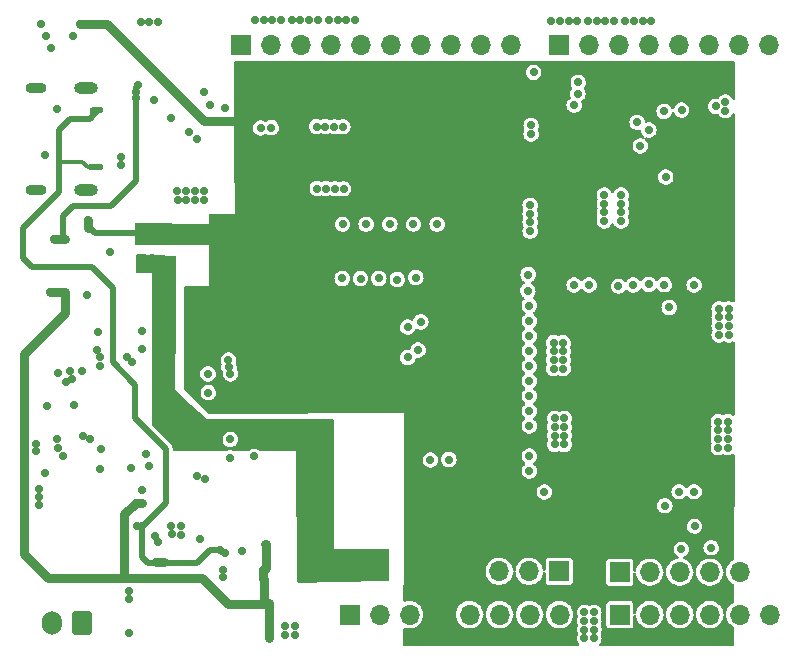
<source format=gbr>
%TF.GenerationSoftware,KiCad,Pcbnew,7.0.6*%
%TF.CreationDate,2024-02-07T19:17:41+08:00*%
%TF.ProjectId,PCB_Main_Board_ESP32S3_RFM95,5043425f-4d61-4696-9e5f-426f6172645f,rev?*%
%TF.SameCoordinates,Original*%
%TF.FileFunction,Copper,L3,Inr*%
%TF.FilePolarity,Positive*%
%FSLAX46Y46*%
G04 Gerber Fmt 4.6, Leading zero omitted, Abs format (unit mm)*
G04 Created by KiCad (PCBNEW 7.0.6) date 2024-02-07 19:17:41*
%MOMM*%
%LPD*%
G01*
G04 APERTURE LIST*
G04 Aperture macros list*
%AMRoundRect*
0 Rectangle with rounded corners*
0 $1 Rounding radius*
0 $2 $3 $4 $5 $6 $7 $8 $9 X,Y pos of 4 corners*
0 Add a 4 corners polygon primitive as box body*
4,1,4,$2,$3,$4,$5,$6,$7,$8,$9,$2,$3,0*
0 Add four circle primitives for the rounded corners*
1,1,$1+$1,$2,$3*
1,1,$1+$1,$4,$5*
1,1,$1+$1,$6,$7*
1,1,$1+$1,$8,$9*
0 Add four rect primitives between the rounded corners*
20,1,$1+$1,$2,$3,$4,$5,0*
20,1,$1+$1,$4,$5,$6,$7,0*
20,1,$1+$1,$6,$7,$8,$9,0*
20,1,$1+$1,$8,$9,$2,$3,0*%
G04 Aperture macros list end*
%TA.AperFunction,ComponentPad*%
%ADD10RoundRect,0.250000X0.600000X0.750000X-0.600000X0.750000X-0.600000X-0.750000X0.600000X-0.750000X0*%
%TD*%
%TA.AperFunction,ComponentPad*%
%ADD11O,1.700000X2.000000*%
%TD*%
%TA.AperFunction,ComponentPad*%
%ADD12O,2.000000X1.000000*%
%TD*%
%TA.AperFunction,ComponentPad*%
%ADD13O,1.800000X0.900000*%
%TD*%
%TA.AperFunction,ComponentPad*%
%ADD14R,1.700000X1.700000*%
%TD*%
%TA.AperFunction,ComponentPad*%
%ADD15O,1.700000X1.700000*%
%TD*%
%TA.AperFunction,ViaPad*%
%ADD16C,0.700000*%
%TD*%
%TA.AperFunction,ViaPad*%
%ADD17C,0.600000*%
%TD*%
%TA.AperFunction,Conductor*%
%ADD18C,0.800000*%
%TD*%
%TA.AperFunction,Conductor*%
%ADD19C,0.500000*%
%TD*%
%TA.AperFunction,Conductor*%
%ADD20C,0.300000*%
%TD*%
G04 APERTURE END LIST*
D10*
%TO.N,Net-(J1-Pin_1)*%
%TO.C,J1*%
X45050000Y-109100000D03*
D11*
%TO.N,GND*%
X42550000Y-109100000D03*
%TD*%
D12*
%TO.N,GND*%
%TO.C,J2*%
X45360000Y-63750000D03*
X45360000Y-72400000D03*
D13*
X41180000Y-63750000D03*
X41180000Y-72400000D03*
%TD*%
D14*
%TO.N,/ESP32S3_Minsys/IO16{slash}A0*%
%TO.C,J5*%
X90590000Y-108350000D03*
D15*
%TO.N,/ESP32S3_Minsys/IO15{slash}A1*%
X93130000Y-108350000D03*
%TO.N,/ESP32S3_Minsys/IO7{slash}A2*%
X95670000Y-108350000D03*
%TO.N,/ESP32S3_Minsys/IO6{slash}A3*%
X98210000Y-108350000D03*
%TO.N,/ESP32S3_Minsys/IO5{slash}A4*%
X100750000Y-108350000D03*
%TO.N,/ESP32S3_Minsys/IO4{slash}A5*%
X103290000Y-108350000D03*
%TD*%
D14*
%TO.N,/ESP32S3_Minsys/IO45*%
%TO.C,J10*%
X85460000Y-104690000D03*
D15*
%TO.N,/ESP32S3_Minsys/IO48*%
X82920000Y-104690000D03*
%TO.N,/ESP32S3_Minsys/IO47*%
X80380000Y-104690000D03*
%TD*%
D14*
%TO.N,unconnected-(J6-Pin_1-Pad1)*%
%TO.C,J6*%
X67710000Y-108350000D03*
D15*
%TO.N,unconnected-(J6-Pin_2-Pad2)*%
X70250000Y-108350000D03*
%TO.N,unconnected-(J6-Pin_3-Pad3)*%
X72790000Y-108350000D03*
%TO.N,/ESP32S3_Minsys/3V3*%
X75330000Y-108350000D03*
%TO.N,/VIN*%
X77870000Y-108350000D03*
%TO.N,GND*%
X80410000Y-108350000D03*
X82950000Y-108350000D03*
%TO.N,unconnected-(J6-Pin_8-Pad8)*%
X85490000Y-108350000D03*
%TD*%
D14*
%TO.N,/ESP32S3_Minsys/IO16*%
%TO.C,J7*%
X85480000Y-60100000D03*
D15*
%TO.N,/ESP32S3_Minsys/IO15*%
X88020000Y-60100000D03*
%TO.N,/ESP32S3_Minsys/IO3{slash}D5*%
X90560000Y-60100000D03*
%TO.N,/ESP32S3_Minsys/IO8{slash}D4*%
X93100000Y-60100000D03*
%TO.N,/ESP32S3_Minsys/IO18{slash}D3*%
X95640000Y-60100000D03*
%TO.N,/ESP32S3_Minsys/IO17{slash}D2*%
X98180000Y-60100000D03*
%TO.N,/ESP32S3_Minsys/ESP_TXD*%
X100720000Y-60100000D03*
%TO.N,/ESP32S3_Minsys/ESP_RXD*%
X103260000Y-60100000D03*
%TD*%
D14*
%TO.N,/ESP32S3_Minsys/IO15{slash}D15{slash}ESP_I2C_SCL*%
%TO.C,J9*%
X58540000Y-60100000D03*
D15*
%TO.N,/ESP32S3_Minsys/IO14{slash}D14{slash}ESP_I2C_SDA*%
X61080000Y-60100000D03*
%TO.N,unconnected-(J9-Pin_3-Pad3)*%
X63620000Y-60100000D03*
%TO.N,GND*%
X66160000Y-60100000D03*
%TO.N,/ESP32S3_Minsys/IO13{slash}D13{slash}ESP_SCK*%
X68700000Y-60100000D03*
%TO.N,/ESP32S3_Minsys/IO12{slash}D12{slash}ESP_MISO*%
X71240000Y-60100000D03*
%TO.N,/ESP32S3_Minsys/IO11{slash}D11{slash}ESP_MOSI*%
X73780000Y-60100000D03*
%TO.N,/ESP32S3_Minsys/IO10{slash}D10*%
X76320000Y-60100000D03*
%TO.N,/ESP32S3_Minsys/IO9{slash}D9*%
X78860000Y-60100000D03*
%TO.N,/ESP32S3_Minsys/IO46{slash}D8*%
X81400000Y-60100000D03*
%TD*%
D14*
%TO.N,/ESP32S3_Minsys/GPIO_38*%
%TO.C,J11*%
X90580000Y-104760000D03*
D15*
%TO.N,/ESP32S3_Minsys/IO39*%
X93120000Y-104760000D03*
%TO.N,/ESP32S3_Minsys/IO40*%
X95660000Y-104760000D03*
%TO.N,/ESP32S3_Minsys/IO41*%
X98200000Y-104760000D03*
%TO.N,/ESP32S3_Minsys/IO42*%
X100740000Y-104760000D03*
%TD*%
D16*
%TO.N,GND*%
X46620000Y-87320000D03*
X46570000Y-86570000D03*
X46290000Y-85920000D03*
X49270000Y-86980000D03*
%TO.N,/ESP32S3_Minsys/IO10{slash}D10*%
X50160000Y-85870000D03*
%TO.N,/ESP32S3_Minsys/IO12{slash}D12{slash}ESP_MISO*%
X50150000Y-84350000D03*
%TO.N,/VIN*%
X50275000Y-78190000D03*
X68250000Y-104865000D03*
X69750000Y-104890000D03*
X51000000Y-78890000D03*
X70475000Y-104890000D03*
X67525000Y-104865000D03*
X50250000Y-78890000D03*
X69000000Y-104890000D03*
X66775000Y-104865000D03*
X51000000Y-78190000D03*
%TO.N,GND*%
X85875000Y-93940000D03*
X68175000Y-58015000D03*
X86975000Y-58090000D03*
X90710000Y-75030000D03*
X83000000Y-75890000D03*
X65000000Y-58040000D03*
X85875000Y-91740000D03*
X50750000Y-58165000D03*
X89350000Y-58090000D03*
X55375000Y-73250000D03*
X99000000Y-83915000D03*
X63550000Y-58040000D03*
X53150000Y-73225000D03*
X87600000Y-108890000D03*
X60450000Y-58040000D03*
X90710000Y-74305000D03*
X48840000Y-86540000D03*
X55475000Y-96890000D03*
X85075000Y-92465000D03*
X85790000Y-85330000D03*
X62275000Y-110040000D03*
X85790000Y-86055000D03*
X65650000Y-67025000D03*
X88400000Y-110365000D03*
X62275000Y-109315000D03*
X66475000Y-72300000D03*
X64925000Y-67025000D03*
X67150000Y-67050000D03*
X99800000Y-83915000D03*
X84990000Y-86780000D03*
X48360000Y-69575000D03*
X98720000Y-65320000D03*
X85875000Y-93190000D03*
X83075000Y-66940000D03*
X83000000Y-74415000D03*
X99800000Y-84665000D03*
X54650000Y-73250000D03*
X99725000Y-92740000D03*
X99520000Y-64965000D03*
X53875000Y-73225000D03*
X44250000Y-88390000D03*
X51475000Y-58165000D03*
X51170000Y-64790000D03*
X99725000Y-93465000D03*
X53125000Y-72450000D03*
X54625000Y-72475000D03*
X45175000Y-93215000D03*
X41400000Y-99090000D03*
X83075000Y-67665000D03*
X61900000Y-58040000D03*
X48360000Y-70300000D03*
X83000000Y-73690000D03*
X63075000Y-109315000D03*
X54800000Y-68075000D03*
X52550000Y-100880000D03*
X52700000Y-101550000D03*
X98925000Y-94215000D03*
X90710000Y-72830000D03*
X43675000Y-88640000D03*
X89275000Y-74290000D03*
X99725000Y-92015000D03*
X50025000Y-58165000D03*
X88400000Y-109615000D03*
X67200000Y-72300000D03*
X88625000Y-58090000D03*
X85790000Y-86780000D03*
X91050000Y-58065000D03*
X89275000Y-72815000D03*
X87600000Y-108165000D03*
X52630000Y-66280000D03*
X44025000Y-87690000D03*
X85525000Y-58090000D03*
X43000000Y-94265000D03*
X90075000Y-58090000D03*
X89275000Y-73565000D03*
X98925000Y-92015000D03*
X99800000Y-83190000D03*
X89275000Y-75015000D03*
X99000000Y-83190000D03*
X66725000Y-58015000D03*
X65975000Y-58015000D03*
X85875000Y-92465000D03*
X41125000Y-93865000D03*
X85075000Y-93190000D03*
X86250000Y-58090000D03*
X99000000Y-82465000D03*
X41125000Y-94540000D03*
X45775000Y-93490000D03*
X53430000Y-101590000D03*
X62800000Y-58040000D03*
X99800000Y-82465000D03*
X41400000Y-97740000D03*
X99000000Y-84665000D03*
X60175000Y-67150000D03*
X53850000Y-72450000D03*
X61075000Y-67125000D03*
X88400000Y-108890000D03*
X87875000Y-58090000D03*
X85075000Y-91740000D03*
X90710000Y-73580000D03*
X61175000Y-58040000D03*
X55350000Y-72475000D03*
X83000000Y-75140000D03*
X93250000Y-58065000D03*
X64975000Y-72275000D03*
X99520000Y-65690000D03*
X67450000Y-58015000D03*
X99725000Y-94215000D03*
X98925000Y-92740000D03*
X98925000Y-93465000D03*
X43450000Y-94890000D03*
X66425000Y-67050000D03*
X54100000Y-67450000D03*
X65700000Y-72275000D03*
X88400000Y-108165000D03*
X63075000Y-110040000D03*
X84990000Y-87530000D03*
X54825000Y-96620000D03*
X92525000Y-58065000D03*
X84775000Y-58090000D03*
X85790000Y-87530000D03*
X85075000Y-93940000D03*
X91800000Y-58065000D03*
X59700000Y-58040000D03*
X87600000Y-109615000D03*
X42975000Y-93515000D03*
X84990000Y-85330000D03*
X53425000Y-100890000D03*
X87600000Y-110365000D03*
X84990000Y-86055000D03*
X64275000Y-58040000D03*
X41400000Y-98415000D03*
%TO.N,/ESP32S3_Minsys/SD_VCC*%
X57625000Y-87965000D03*
X57500000Y-87390000D03*
X57450000Y-86790000D03*
%TO.N,/VBAT*%
X42375000Y-81040000D03*
X60400000Y-104615000D03*
X60600000Y-103090000D03*
X49600000Y-98890000D03*
X60875000Y-110290000D03*
X43625000Y-81040000D03*
X60600000Y-102340000D03*
X50150000Y-98890000D03*
X42975000Y-81040000D03*
X60400000Y-105340000D03*
X60875000Y-109565000D03*
%TO.N,/5V*%
X42725000Y-76515000D03*
X49650000Y-64075000D03*
X49650000Y-64600000D03*
X49775000Y-63525000D03*
X43450000Y-76515000D03*
%TO.N,/ESP32S3_Minsys/SD_DET*%
X49231450Y-95971050D03*
%TO.N,/VBUS*%
X52000000Y-103875000D03*
X49000000Y-107025000D03*
X49675000Y-100875000D03*
X57125000Y-103165000D03*
D17*
X46560000Y-70475000D03*
D16*
X50150000Y-100890000D03*
X49025000Y-106337500D03*
X51300497Y-103875000D03*
D17*
X46600000Y-65670000D03*
X45940000Y-70470000D03*
D16*
X56700000Y-102865000D03*
D17*
X45990000Y-65675000D03*
D16*
%TO.N,/ESP32S3_Minsys/3V3*%
X45550000Y-74940000D03*
X65300000Y-79750000D03*
X45650000Y-58375000D03*
X71450000Y-90970000D03*
X57275000Y-75990000D03*
X70830000Y-90980000D03*
X99500000Y-73340000D03*
X99375000Y-71640000D03*
X70850000Y-90320000D03*
X49975000Y-76640000D03*
X71450000Y-89580000D03*
X97470000Y-70720000D03*
X50750000Y-76640000D03*
X99500000Y-74190000D03*
X71460000Y-90340000D03*
X44925000Y-58375000D03*
X55425000Y-86340000D03*
X98900000Y-70740000D03*
X54275000Y-83515000D03*
X54275000Y-82815000D03*
X99075000Y-70040000D03*
X99475000Y-72465000D03*
X54275000Y-84215000D03*
X45550000Y-75615000D03*
X50750000Y-75890000D03*
X56425000Y-75190000D03*
X57250000Y-75190000D03*
X56425000Y-76015000D03*
X49975000Y-75890000D03*
X70830000Y-89590000D03*
X56425000Y-76840000D03*
X99625000Y-70740000D03*
X65610000Y-80050000D03*
X54700000Y-86315000D03*
X57275000Y-76815000D03*
%TO.N,/ESP32S3_Minsys/SPI_CS*%
X45050000Y-87690000D03*
%TO.N,/ESP32S3_Minsys/SPI_MOSI*%
X42075000Y-90650000D03*
%TO.N,/ESP32S3_Minsys/SPI_CLK*%
X44350000Y-90640000D03*
%TO.N,/ESP32S3_Minsys/IO16{slash}A0*%
X93050000Y-80390000D03*
%TO.N,/ESP32S3_Minsys/IO15{slash}A1*%
X94350000Y-80415000D03*
%TO.N,/ESP32S3_Minsys/IO7{slash}A2*%
X94775000Y-82340000D03*
%TO.N,/ESP32S3_Minsys/IO6{slash}A3*%
X96880000Y-80450000D03*
X96925000Y-100865000D03*
%TO.N,/ESP32S3_Minsys/IO5{slash}A4*%
X98325000Y-102690000D03*
%TO.N,/ESP32S3_Minsys/IO3{slash}D5*%
X70190000Y-79892500D03*
X83300000Y-62440000D03*
X82925000Y-82190000D03*
%TO.N,/ESP32S3_Minsys/IO8{slash}D4*%
X73320000Y-79820000D03*
X86720000Y-80450000D03*
X82830000Y-79560000D03*
%TO.N,/ESP32S3_Minsys/IO18{slash}D3*%
X87990000Y-80450000D03*
X82799500Y-80940000D03*
X71750000Y-79980000D03*
%TO.N,/ESP32S3_Minsys/IO15{slash}D15{slash}ESP_I2C_SCL*%
X82930000Y-92375000D03*
%TO.N,/ESP32S3_Minsys/IO14{slash}D14{slash}ESP_I2C_SDA*%
X82930000Y-91105000D03*
%TO.N,/ESP32S3_Minsys/IO13{slash}D13{slash}ESP_SCK*%
X57612500Y-93515000D03*
X50500000Y-94765000D03*
X46691250Y-94331250D03*
X59620000Y-94960000D03*
X82930000Y-89835000D03*
%TO.N,/ESP32S3_Minsys/IO12{slash}D12{slash}ESP_MISO*%
X82930000Y-88565000D03*
X55725000Y-87965000D03*
%TO.N,/ESP32S3_Minsys/IO11{slash}D11{slash}ESP_MOSI*%
X72630000Y-84010000D03*
X57600000Y-95090000D03*
X46612500Y-96000000D03*
X72630000Y-86580000D03*
X41900000Y-96340000D03*
X50700000Y-95790000D03*
X82930000Y-87295000D03*
%TO.N,/ESP32S3_Minsys/IO10{slash}D10*%
X73745000Y-83565000D03*
X82930000Y-86025000D03*
X73510000Y-85940000D03*
X46450000Y-84415000D03*
X55750000Y-89565000D03*
%TO.N,/ESP32S3_Minsys/IO9{slash}D9*%
X67080000Y-79892500D03*
X82930000Y-84755000D03*
%TO.N,/ESP32S3_Minsys/IO46{slash}D8*%
X82930000Y-83485000D03*
X68640000Y-79895000D03*
%TO.N,/ESP32S3_Minsys/IO41*%
X95800000Y-102815000D03*
%TO.N,/ESP32S3_Minsys/IO42*%
X94400000Y-99140000D03*
%TO.N,/ESP32S3_Minsys/IO48*%
X76120000Y-95220000D03*
X82930000Y-94915000D03*
%TO.N,/ESP32S3_Minsys/IO45*%
X82930000Y-96185000D03*
X74560000Y-95260000D03*
%TO.N,/ESP32S3_Minsys/SPI_MISO*%
X43025000Y-87865000D03*
%TO.N,/ESP32S3_Minsys/IO15*%
X91725000Y-80450000D03*
%TO.N,/ESP32S3_Minsys/IO16*%
X90475000Y-80550000D03*
%TO.N,/ESP32S3_Minsys/CHIP_PU*%
X94480000Y-71302500D03*
X41550000Y-58375000D03*
X86725000Y-65215000D03*
X57200000Y-65425000D03*
%TO.N,/ESP32S3_Minsys/GPIO_0*%
X44300000Y-59400000D03*
X84200000Y-97965000D03*
%TO.N,/ESP32S3_Minsys/ESP_RXD*%
X42425000Y-60375000D03*
X93050000Y-67325000D03*
X87075000Y-63290000D03*
X55350000Y-64100000D03*
%TO.N,/ESP32S3_Minsys/ESP_TXD*%
X92325000Y-68665000D03*
X87050000Y-64265000D03*
X55900000Y-65225000D03*
X42000000Y-59400000D03*
X92050000Y-66665000D03*
%TO.N,Net-(U1-VG)*%
X58600000Y-102990000D03*
X55025000Y-101915000D03*
%TO.N,Net-(IC1-CE)*%
X47450000Y-77665000D03*
X45500000Y-81265000D03*
%TO.N,Net-(J2-CC1)*%
X42937500Y-65575000D03*
%TO.N,Net-(U1-CSP)*%
X57000000Y-105125000D03*
X51275000Y-101680000D03*
X51505000Y-102245000D03*
X57000000Y-104600000D03*
%TO.N,Net-(U1-MPPT)*%
X50137500Y-97777500D03*
X49000000Y-109940000D03*
%TO.N,Net-(U5-RXD0)*%
X95610000Y-97950000D03*
X94350000Y-65740000D03*
%TO.N,Net-(U5-TXD0)*%
X95825000Y-65640000D03*
X96880000Y-97950000D03*
%TO.N,Net-(U2-MOSI)*%
X73120000Y-75300000D03*
%TO.N,Net-(U2-NSS)*%
X69120000Y-75300000D03*
%TO.N,Net-(U2-SCK)*%
X71120000Y-75300000D03*
%TO.N,Net-(U2-MISO)*%
X75120000Y-75300000D03*
%TO.N,/ESP32S3_Minsys/RST_RFM*%
X67120000Y-75300000D03*
%TO.N,Net-(J2-CC2)*%
X41950000Y-69450000D03*
%TD*%
D18*
%TO.N,/VBAT*%
X55250000Y-105240000D02*
X57425000Y-107415000D01*
X60875000Y-110290000D02*
X60875000Y-109565000D01*
X48650000Y-105240000D02*
X55250000Y-105240000D01*
X40125000Y-86290000D02*
X40125000Y-103190000D01*
X48625000Y-105265000D02*
X48650000Y-105240000D01*
X60875000Y-109565000D02*
X60875000Y-107390000D01*
X60425000Y-107415000D02*
X60425000Y-105365000D01*
X60425000Y-105365000D02*
X60400000Y-105340000D01*
X60850000Y-107415000D02*
X60875000Y-107390000D01*
X60400000Y-105340000D02*
X60400000Y-104615000D01*
X42200000Y-105265000D02*
X48625000Y-105265000D01*
X60600000Y-102340000D02*
X60600000Y-103090000D01*
X43625000Y-82790000D02*
X40125000Y-86290000D01*
X57425000Y-107415000D02*
X60425000Y-107415000D01*
X60600000Y-104415000D02*
X60400000Y-104615000D01*
X60425000Y-107415000D02*
X60850000Y-107415000D01*
X48625000Y-99865000D02*
X48625000Y-105265000D01*
X49600000Y-98890000D02*
X50150000Y-98890000D01*
X49600000Y-98890000D02*
X48625000Y-99865000D01*
X42975000Y-81040000D02*
X42375000Y-81040000D01*
X43625000Y-81040000D02*
X42975000Y-81040000D01*
X40125000Y-103190000D02*
X42200000Y-105265000D01*
X60575000Y-102365000D02*
X60600000Y-102340000D01*
X60600000Y-103090000D02*
X60600000Y-104415000D01*
X43625000Y-81040000D02*
X43625000Y-82790000D01*
D19*
%TO.N,/5V*%
X49650000Y-64600000D02*
X49650000Y-64075000D01*
X49650000Y-64600000D02*
X49650000Y-71600000D01*
X44275000Y-73775000D02*
X43450000Y-74600000D01*
X47475000Y-73775000D02*
X44275000Y-73775000D01*
X43450000Y-74600000D02*
X43450000Y-76515000D01*
X49650000Y-71600000D02*
X47475000Y-73775000D01*
X49650000Y-63650000D02*
X49775000Y-63525000D01*
D18*
X42725000Y-76515000D02*
X43600000Y-76515000D01*
D19*
X49650000Y-64075000D02*
X49650000Y-63650000D01*
%TO.N,/VBUS*%
X44075000Y-66375000D02*
X45725000Y-66375000D01*
D20*
X46555000Y-70470000D02*
X46560000Y-70475000D01*
D19*
X43125000Y-72600000D02*
X43125000Y-70225000D01*
D20*
X45525000Y-70475000D02*
X45935000Y-70475000D01*
D19*
X52400000Y-103965000D02*
X54810000Y-103965000D01*
D18*
X51300497Y-103875000D02*
X52000000Y-103875000D01*
D19*
X47700000Y-80725000D02*
X45900000Y-78925000D01*
D20*
X45075000Y-70025000D02*
X45525000Y-70475000D01*
D19*
X46430000Y-65670000D02*
X46600000Y-65670000D01*
X40100000Y-75625000D02*
X43125000Y-72600000D01*
X49575000Y-88875000D02*
X47700000Y-87000000D01*
D20*
X43325000Y-70025000D02*
X45075000Y-70025000D01*
D19*
X51425000Y-103965000D02*
X52400000Y-103965000D01*
X50150000Y-100890000D02*
X49690000Y-100890000D01*
D20*
X43125000Y-70225000D02*
X43325000Y-70025000D01*
D19*
X46600000Y-65670000D02*
X45995000Y-65670000D01*
X57125000Y-103165000D02*
X57000000Y-103165000D01*
X49575000Y-91700000D02*
X49575000Y-88875000D01*
X52175000Y-98895000D02*
X52175000Y-94300000D01*
X45940000Y-70470000D02*
X46555000Y-70470000D01*
X55910000Y-102865000D02*
X56700000Y-102865000D01*
X40100000Y-78175000D02*
X40100000Y-75625000D01*
X51425000Y-103965000D02*
X50665000Y-103965000D01*
X50665000Y-103965000D02*
X50150000Y-103450000D01*
X57000000Y-103165000D02*
X56700000Y-102865000D01*
X50150000Y-103450000D02*
X50150000Y-100890000D01*
X40850000Y-78925000D02*
X40100000Y-78175000D01*
X54810000Y-103965000D02*
X55910000Y-102865000D01*
X45900000Y-78925000D02*
X40850000Y-78925000D01*
X43125000Y-67325000D02*
X44075000Y-66375000D01*
X43125000Y-70225000D02*
X43125000Y-67325000D01*
X51425000Y-103965000D02*
X51575000Y-103965000D01*
X50195000Y-100875000D02*
X52175000Y-98895000D01*
X45725000Y-66375000D02*
X46430000Y-65670000D01*
X49690000Y-100890000D02*
X49675000Y-100875000D01*
X47700000Y-87000000D02*
X47700000Y-80725000D01*
X49675000Y-100875000D02*
X50195000Y-100875000D01*
D20*
X45935000Y-70475000D02*
X45940000Y-70470000D01*
D19*
X52175000Y-94300000D02*
X49575000Y-91700000D01*
X45995000Y-65670000D02*
X45990000Y-65675000D01*
D18*
%TO.N,/ESP32S3_Minsys/3V3*%
X60150000Y-65625000D02*
X59325000Y-65625000D01*
D19*
X49850000Y-76015000D02*
X49975000Y-75890000D01*
D18*
X59325000Y-65625000D02*
X58375000Y-66575000D01*
X45550000Y-75615000D02*
X45550000Y-74940000D01*
X44925000Y-58375000D02*
X47205000Y-58375000D01*
X55405000Y-66575000D02*
X47205000Y-58375000D01*
D19*
X50675000Y-75940000D02*
X49975000Y-76640000D01*
X45525000Y-75415000D02*
X46125000Y-76015000D01*
X46125000Y-76015000D02*
X49850000Y-76015000D01*
X45525000Y-74890000D02*
X45525000Y-75415000D01*
D18*
X58375000Y-66575000D02*
X55405000Y-66575000D01*
%TD*%
%TA.AperFunction,Conductor*%
%TO.N,/ESP32S3_Minsys/3V3*%
G36*
X100295809Y-61486635D02*
G01*
X100341564Y-61539439D01*
X100352770Y-61591138D01*
X100348160Y-64637785D01*
X100328374Y-64704794D01*
X100275501Y-64750469D01*
X100206327Y-64760308D01*
X100142816Y-64731187D01*
X100108219Y-64681569D01*
X100100220Y-64660477D01*
X100010483Y-64530470D01*
X99892240Y-64425717D01*
X99892238Y-64425716D01*
X99892237Y-64425715D01*
X99752365Y-64352303D01*
X99598986Y-64314500D01*
X99598985Y-64314500D01*
X99441015Y-64314500D01*
X99441014Y-64314500D01*
X99287634Y-64352303D01*
X99147762Y-64425715D01*
X99029515Y-64530471D01*
X98962606Y-64627405D01*
X98908323Y-64671395D01*
X98838874Y-64679054D01*
X98830885Y-64677362D01*
X98810290Y-64672286D01*
X98798985Y-64669500D01*
X98641015Y-64669500D01*
X98641014Y-64669500D01*
X98487634Y-64707303D01*
X98347762Y-64780715D01*
X98336751Y-64790470D01*
X98238392Y-64877608D01*
X98229516Y-64885471D01*
X98139781Y-65015475D01*
X98139780Y-65015476D01*
X98083762Y-65163181D01*
X98064722Y-65319999D01*
X98064722Y-65320000D01*
X98083762Y-65476818D01*
X98120339Y-65573262D01*
X98139780Y-65624523D01*
X98229517Y-65754530D01*
X98347760Y-65859283D01*
X98347762Y-65859284D01*
X98487634Y-65932696D01*
X98641014Y-65970500D01*
X98641015Y-65970500D01*
X98798985Y-65970500D01*
X98822032Y-65964819D01*
X98891832Y-65967886D01*
X98948896Y-66008204D01*
X98953757Y-66014772D01*
X99029517Y-66124530D01*
X99147760Y-66229283D01*
X99147762Y-66229284D01*
X99287634Y-66302696D01*
X99441014Y-66340500D01*
X99441015Y-66340500D01*
X99598985Y-66340500D01*
X99752365Y-66302696D01*
X99775602Y-66290500D01*
X99892240Y-66229283D01*
X100010483Y-66124530D01*
X100100220Y-65994523D01*
X100106123Y-65978955D01*
X100148301Y-65923254D01*
X100213898Y-65899197D01*
X100282088Y-65914424D01*
X100331222Y-65964099D01*
X100346065Y-66023116D01*
X100322197Y-81799487D01*
X100302411Y-81866496D01*
X100249538Y-81912171D01*
X100180364Y-81922010D01*
X100140571Y-81909095D01*
X100032365Y-81852303D01*
X99878986Y-81814500D01*
X99878985Y-81814500D01*
X99721015Y-81814500D01*
X99721014Y-81814500D01*
X99567634Y-81852303D01*
X99457626Y-81910041D01*
X99389118Y-81923767D01*
X99342374Y-81910041D01*
X99232365Y-81852303D01*
X99078986Y-81814500D01*
X99078985Y-81814500D01*
X98921015Y-81814500D01*
X98921014Y-81814500D01*
X98767634Y-81852303D01*
X98627762Y-81925715D01*
X98509516Y-82030471D01*
X98419781Y-82160475D01*
X98419780Y-82160476D01*
X98363762Y-82308181D01*
X98344722Y-82464999D01*
X98344722Y-82465000D01*
X98363762Y-82621818D01*
X98419783Y-82769532D01*
X98419971Y-82769889D01*
X98420029Y-82770178D01*
X98422440Y-82776536D01*
X98421382Y-82776937D01*
X98433687Y-82838399D01*
X98421974Y-82878287D01*
X98422440Y-82878464D01*
X98420148Y-82884504D01*
X98419971Y-82885111D01*
X98419783Y-82885467D01*
X98363762Y-83033181D01*
X98344722Y-83189999D01*
X98344722Y-83190000D01*
X98363762Y-83346818D01*
X98419783Y-83494532D01*
X98419971Y-83494889D01*
X98420029Y-83495178D01*
X98422440Y-83501536D01*
X98421382Y-83501937D01*
X98433687Y-83563399D01*
X98421974Y-83603287D01*
X98422440Y-83603464D01*
X98420148Y-83609504D01*
X98419971Y-83610111D01*
X98419783Y-83610467D01*
X98363762Y-83758181D01*
X98344722Y-83914999D01*
X98344722Y-83915000D01*
X98363762Y-84071818D01*
X98419780Y-84219523D01*
X98419783Y-84219530D01*
X98419808Y-84219565D01*
X98419817Y-84219594D01*
X98423267Y-84226167D01*
X98422174Y-84226740D01*
X98441688Y-84285921D01*
X98424219Y-84353571D01*
X98419808Y-84360435D01*
X98419783Y-84360469D01*
X98419780Y-84360476D01*
X98363762Y-84508181D01*
X98344722Y-84664999D01*
X98344722Y-84665000D01*
X98363762Y-84821818D01*
X98397895Y-84911818D01*
X98419780Y-84969523D01*
X98509517Y-85099530D01*
X98627760Y-85204283D01*
X98638624Y-85209985D01*
X98767634Y-85277696D01*
X98921014Y-85315500D01*
X98921015Y-85315500D01*
X99078985Y-85315500D01*
X99232365Y-85277696D01*
X99342374Y-85219957D01*
X99410882Y-85206232D01*
X99457624Y-85219957D01*
X99567635Y-85277696D01*
X99644325Y-85296597D01*
X99721014Y-85315500D01*
X99721015Y-85315500D01*
X99878985Y-85315500D01*
X100032365Y-85277696D01*
X100135224Y-85223711D01*
X100203732Y-85209985D01*
X100268785Y-85235477D01*
X100309730Y-85292093D01*
X100316850Y-85333695D01*
X100307692Y-91386832D01*
X100287906Y-91453841D01*
X100235033Y-91499516D01*
X100165859Y-91509355D01*
X100102348Y-91480234D01*
X100101468Y-91479462D01*
X100097240Y-91475717D01*
X100097238Y-91475715D01*
X99957365Y-91402303D01*
X99803986Y-91364500D01*
X99803985Y-91364500D01*
X99646015Y-91364500D01*
X99646014Y-91364500D01*
X99492634Y-91402303D01*
X99382626Y-91460041D01*
X99314118Y-91473767D01*
X99267374Y-91460041D01*
X99157365Y-91402303D01*
X99003986Y-91364500D01*
X99003985Y-91364500D01*
X98846015Y-91364500D01*
X98846014Y-91364500D01*
X98692634Y-91402303D01*
X98552762Y-91475715D01*
X98434516Y-91580471D01*
X98344781Y-91710475D01*
X98344780Y-91710476D01*
X98288762Y-91858181D01*
X98269722Y-92014999D01*
X98269722Y-92015000D01*
X98288762Y-92171818D01*
X98344783Y-92319532D01*
X98344971Y-92319889D01*
X98345029Y-92320178D01*
X98347440Y-92326536D01*
X98346382Y-92326937D01*
X98358687Y-92388399D01*
X98346974Y-92428287D01*
X98347440Y-92428464D01*
X98345148Y-92434504D01*
X98344971Y-92435111D01*
X98344783Y-92435467D01*
X98288762Y-92583181D01*
X98269722Y-92739999D01*
X98269722Y-92740000D01*
X98288762Y-92896818D01*
X98344783Y-93044532D01*
X98344971Y-93044889D01*
X98345029Y-93045178D01*
X98347440Y-93051536D01*
X98346382Y-93051937D01*
X98358687Y-93113399D01*
X98346974Y-93153287D01*
X98347440Y-93153464D01*
X98345148Y-93159504D01*
X98344971Y-93160111D01*
X98344783Y-93160467D01*
X98288762Y-93308181D01*
X98269722Y-93464999D01*
X98269722Y-93465000D01*
X98288762Y-93621818D01*
X98344780Y-93769523D01*
X98344783Y-93769530D01*
X98344808Y-93769565D01*
X98344817Y-93769594D01*
X98348267Y-93776167D01*
X98347174Y-93776740D01*
X98366688Y-93835921D01*
X98349219Y-93903571D01*
X98344808Y-93910435D01*
X98344783Y-93910469D01*
X98344780Y-93910476D01*
X98288762Y-94058181D01*
X98269722Y-94214999D01*
X98269722Y-94215000D01*
X98288762Y-94371818D01*
X98330258Y-94481232D01*
X98344780Y-94519523D01*
X98434517Y-94649530D01*
X98552760Y-94754283D01*
X98560187Y-94758181D01*
X98692634Y-94827696D01*
X98846014Y-94865500D01*
X98846015Y-94865500D01*
X99003985Y-94865500D01*
X99157365Y-94827696D01*
X99267374Y-94769957D01*
X99335882Y-94756232D01*
X99382624Y-94769957D01*
X99492635Y-94827696D01*
X99549485Y-94841708D01*
X99646014Y-94865500D01*
X99646015Y-94865500D01*
X99803985Y-94865500D01*
X99957365Y-94827696D01*
X100089813Y-94758181D01*
X100097240Y-94754283D01*
X100097241Y-94754281D01*
X100103412Y-94750023D01*
X100104340Y-94751368D01*
X100159445Y-94725459D01*
X100228710Y-94734633D01*
X100282020Y-94779798D01*
X100302448Y-94846614D01*
X100302456Y-94848181D01*
X100289190Y-103617139D01*
X100269404Y-103684148D01*
X100228618Y-103720687D01*
X100229855Y-103722684D01*
X100043699Y-103837947D01*
X99886127Y-103981593D01*
X99757632Y-104151746D01*
X99662596Y-104342605D01*
X99662596Y-104342607D01*
X99604244Y-104547689D01*
X99593471Y-104663951D01*
X99567685Y-104728888D01*
X99523130Y-104760804D01*
X99559503Y-104781668D01*
X99591693Y-104843681D01*
X99593470Y-104856047D01*
X99604244Y-104972310D01*
X99662233Y-105176118D01*
X99662596Y-105177392D01*
X99662596Y-105177394D01*
X99757632Y-105368253D01*
X99833265Y-105468406D01*
X99886128Y-105538407D01*
X100043698Y-105682052D01*
X100224981Y-105794298D01*
X100224983Y-105794298D01*
X100227012Y-105795555D01*
X100273647Y-105847583D01*
X100285734Y-105901170D01*
X100283744Y-107216629D01*
X100263958Y-107283638D01*
X100225022Y-107321868D01*
X100053699Y-107427947D01*
X99896127Y-107571593D01*
X99767632Y-107741746D01*
X99672596Y-107932605D01*
X99672596Y-107932607D01*
X99614244Y-108137689D01*
X99603471Y-108253951D01*
X99577685Y-108318888D01*
X99533130Y-108350804D01*
X99569503Y-108371668D01*
X99601693Y-108433681D01*
X99603470Y-108446047D01*
X99614244Y-108562310D01*
X99662745Y-108732772D01*
X99672596Y-108767392D01*
X99672596Y-108767394D01*
X99767632Y-108958253D01*
X99834514Y-109046818D01*
X99896128Y-109128407D01*
X100053698Y-109272052D01*
X100221596Y-109376010D01*
X100268231Y-109428038D01*
X100280318Y-109481625D01*
X100278145Y-110918138D01*
X100258359Y-110985147D01*
X100205486Y-111030822D01*
X100154145Y-111041950D01*
X88943808Y-111041950D01*
X88876769Y-111022265D01*
X88831014Y-110969461D01*
X88821070Y-110900303D01*
X88850095Y-110836747D01*
X88861582Y-110825134D01*
X88890482Y-110799531D01*
X88890483Y-110799530D01*
X88980220Y-110669523D01*
X89036237Y-110521818D01*
X89055278Y-110365000D01*
X89036237Y-110208182D01*
X89031927Y-110196818D01*
X88980220Y-110060477D01*
X88980214Y-110060469D01*
X88980197Y-110060444D01*
X88980188Y-110060417D01*
X88976733Y-110053833D01*
X88977827Y-110053258D01*
X88958312Y-109994093D01*
X88975773Y-109926440D01*
X88980191Y-109919565D01*
X88980220Y-109919523D01*
X89036237Y-109771818D01*
X89055278Y-109615000D01*
X89041022Y-109497586D01*
X89036237Y-109458181D01*
X89014443Y-109400717D01*
X88980220Y-109310477D01*
X88980218Y-109310474D01*
X88980034Y-109310123D01*
X88979976Y-109309835D01*
X88977560Y-109303464D01*
X88978619Y-109303062D01*
X88966960Y-109244856D01*
X89439500Y-109244856D01*
X89439502Y-109244882D01*
X89442413Y-109269987D01*
X89442415Y-109269991D01*
X89487793Y-109372764D01*
X89487794Y-109372765D01*
X89567235Y-109452206D01*
X89670009Y-109497585D01*
X89695135Y-109500500D01*
X91484864Y-109500499D01*
X91484879Y-109500497D01*
X91484882Y-109500497D01*
X91509987Y-109497586D01*
X91509988Y-109497585D01*
X91509991Y-109497585D01*
X91612765Y-109452206D01*
X91692206Y-109372765D01*
X91737585Y-109269991D01*
X91740500Y-109244865D01*
X91740499Y-108506046D01*
X91760183Y-108439009D01*
X91812987Y-108393254D01*
X91882146Y-108383310D01*
X91945702Y-108412335D01*
X91983476Y-108471113D01*
X91987970Y-108494606D01*
X91991018Y-108527500D01*
X91994244Y-108562310D01*
X92042745Y-108732772D01*
X92052596Y-108767392D01*
X92052596Y-108767394D01*
X92147632Y-108958253D01*
X92214514Y-109046818D01*
X92276128Y-109128407D01*
X92433698Y-109272052D01*
X92614981Y-109384298D01*
X92813802Y-109461321D01*
X93023390Y-109500500D01*
X93023392Y-109500500D01*
X93236608Y-109500500D01*
X93236610Y-109500500D01*
X93446198Y-109461321D01*
X93645019Y-109384298D01*
X93826302Y-109272052D01*
X93983872Y-109128407D01*
X94112366Y-108958255D01*
X94191013Y-108800309D01*
X94207403Y-108767394D01*
X94207403Y-108767393D01*
X94207405Y-108767389D01*
X94265756Y-108562310D01*
X94276529Y-108446047D01*
X94302315Y-108381111D01*
X94344622Y-108350804D01*
X94453130Y-108350804D01*
X94489503Y-108371668D01*
X94521693Y-108433681D01*
X94523470Y-108446047D01*
X94534244Y-108562310D01*
X94582745Y-108732772D01*
X94592596Y-108767392D01*
X94592596Y-108767394D01*
X94687632Y-108958253D01*
X94754514Y-109046818D01*
X94816128Y-109128407D01*
X94973698Y-109272052D01*
X95154981Y-109384298D01*
X95353802Y-109461321D01*
X95563390Y-109500500D01*
X95563392Y-109500500D01*
X95776608Y-109500500D01*
X95776610Y-109500500D01*
X95986198Y-109461321D01*
X96185019Y-109384298D01*
X96366302Y-109272052D01*
X96523872Y-109128407D01*
X96652366Y-108958255D01*
X96731013Y-108800309D01*
X96747403Y-108767394D01*
X96747403Y-108767393D01*
X96747405Y-108767389D01*
X96805756Y-108562310D01*
X96816529Y-108446047D01*
X96842315Y-108381111D01*
X96884622Y-108350804D01*
X96993130Y-108350804D01*
X97029503Y-108371668D01*
X97061693Y-108433681D01*
X97063470Y-108446047D01*
X97074244Y-108562310D01*
X97122745Y-108732772D01*
X97132596Y-108767392D01*
X97132596Y-108767394D01*
X97227632Y-108958253D01*
X97294514Y-109046818D01*
X97356128Y-109128407D01*
X97513698Y-109272052D01*
X97694981Y-109384298D01*
X97893802Y-109461321D01*
X98103390Y-109500500D01*
X98103392Y-109500500D01*
X98316608Y-109500500D01*
X98316610Y-109500500D01*
X98526198Y-109461321D01*
X98725019Y-109384298D01*
X98906302Y-109272052D01*
X99063872Y-109128407D01*
X99192366Y-108958255D01*
X99271013Y-108800309D01*
X99287403Y-108767394D01*
X99287403Y-108767393D01*
X99287405Y-108767389D01*
X99345756Y-108562310D01*
X99356529Y-108446047D01*
X99382315Y-108381111D01*
X99426869Y-108349194D01*
X99390497Y-108328331D01*
X99358307Y-108266318D01*
X99356529Y-108253951D01*
X99353175Y-108217759D01*
X99345756Y-108137690D01*
X99287405Y-107932611D01*
X99287403Y-107932606D01*
X99287403Y-107932605D01*
X99192367Y-107741746D01*
X99063872Y-107571593D01*
X99001244Y-107514500D01*
X98906302Y-107427948D01*
X98725019Y-107315702D01*
X98725017Y-107315701D01*
X98563400Y-107253091D01*
X98526198Y-107238679D01*
X98316610Y-107199500D01*
X98103390Y-107199500D01*
X97893802Y-107238679D01*
X97893799Y-107238679D01*
X97893799Y-107238680D01*
X97694982Y-107315701D01*
X97694980Y-107315702D01*
X97513699Y-107427947D01*
X97356127Y-107571593D01*
X97227632Y-107741746D01*
X97132596Y-107932605D01*
X97132596Y-107932607D01*
X97074244Y-108137689D01*
X97063471Y-108253951D01*
X97037685Y-108318888D01*
X96993130Y-108350804D01*
X96884622Y-108350804D01*
X96886869Y-108349194D01*
X96850497Y-108328331D01*
X96818307Y-108266318D01*
X96816529Y-108253951D01*
X96813175Y-108217759D01*
X96805756Y-108137690D01*
X96747405Y-107932611D01*
X96747403Y-107932606D01*
X96747403Y-107932605D01*
X96652367Y-107741746D01*
X96523872Y-107571593D01*
X96461244Y-107514500D01*
X96366302Y-107427948D01*
X96185019Y-107315702D01*
X96185017Y-107315701D01*
X96023400Y-107253091D01*
X95986198Y-107238679D01*
X95776610Y-107199500D01*
X95563390Y-107199500D01*
X95353802Y-107238679D01*
X95353799Y-107238679D01*
X95353799Y-107238680D01*
X95154982Y-107315701D01*
X95154980Y-107315702D01*
X94973699Y-107427947D01*
X94816127Y-107571593D01*
X94687632Y-107741746D01*
X94592596Y-107932605D01*
X94592596Y-107932607D01*
X94534244Y-108137689D01*
X94523471Y-108253951D01*
X94497685Y-108318888D01*
X94453130Y-108350804D01*
X94344622Y-108350804D01*
X94346869Y-108349194D01*
X94310497Y-108328331D01*
X94278307Y-108266318D01*
X94276529Y-108253951D01*
X94273175Y-108217759D01*
X94265756Y-108137690D01*
X94207405Y-107932611D01*
X94207403Y-107932606D01*
X94207403Y-107932605D01*
X94112367Y-107741746D01*
X93983872Y-107571593D01*
X93921244Y-107514500D01*
X93826302Y-107427948D01*
X93645019Y-107315702D01*
X93645017Y-107315701D01*
X93483400Y-107253091D01*
X93446198Y-107238679D01*
X93236610Y-107199500D01*
X93023390Y-107199500D01*
X92813802Y-107238679D01*
X92813799Y-107238679D01*
X92813799Y-107238680D01*
X92614982Y-107315701D01*
X92614980Y-107315702D01*
X92433699Y-107427947D01*
X92276127Y-107571593D01*
X92147632Y-107741746D01*
X92052596Y-107932605D01*
X92052596Y-107932607D01*
X91994244Y-108137689D01*
X91987970Y-108205394D01*
X91962183Y-108270331D01*
X91905383Y-108311018D01*
X91835602Y-108314538D01*
X91774995Y-108279772D01*
X91742806Y-108217759D01*
X91740499Y-108193952D01*
X91740499Y-107455143D01*
X91740499Y-107455136D01*
X91740327Y-107453653D01*
X91737586Y-107430012D01*
X91737585Y-107430010D01*
X91737585Y-107430009D01*
X91692206Y-107327235D01*
X91612765Y-107247794D01*
X91592124Y-107238680D01*
X91509992Y-107202415D01*
X91484865Y-107199500D01*
X89695143Y-107199500D01*
X89695117Y-107199502D01*
X89670012Y-107202413D01*
X89670008Y-107202415D01*
X89567235Y-107247793D01*
X89487794Y-107327234D01*
X89442415Y-107430006D01*
X89442415Y-107430008D01*
X89439500Y-107455131D01*
X89439500Y-109244856D01*
X88966960Y-109244856D01*
X88966311Y-109241614D01*
X88978026Y-109201713D01*
X88977560Y-109201536D01*
X88979857Y-109195477D01*
X88980034Y-109194877D01*
X88980215Y-109194528D01*
X88980220Y-109194523D01*
X89036237Y-109046818D01*
X89055278Y-108890000D01*
X89040391Y-108767389D01*
X89036237Y-108733181D01*
X89010189Y-108664500D01*
X88980220Y-108585477D01*
X88980218Y-108585474D01*
X88980034Y-108585123D01*
X88979976Y-108584835D01*
X88977560Y-108578464D01*
X88978619Y-108578062D01*
X88966311Y-108516614D01*
X88978026Y-108476713D01*
X88977560Y-108476536D01*
X88979857Y-108470477D01*
X88980034Y-108469877D01*
X88980215Y-108469528D01*
X88980220Y-108469523D01*
X89036237Y-108321818D01*
X89055278Y-108165000D01*
X89036237Y-108008182D01*
X88980220Y-107860477D01*
X88890483Y-107730470D01*
X88772240Y-107625717D01*
X88772238Y-107625716D01*
X88772237Y-107625715D01*
X88632365Y-107552303D01*
X88478986Y-107514500D01*
X88478985Y-107514500D01*
X88321015Y-107514500D01*
X88321014Y-107514500D01*
X88167637Y-107552303D01*
X88057625Y-107610042D01*
X87989116Y-107623767D01*
X87942373Y-107610041D01*
X87832365Y-107552303D01*
X87678986Y-107514500D01*
X87678985Y-107514500D01*
X87521015Y-107514500D01*
X87521014Y-107514500D01*
X87367634Y-107552303D01*
X87227762Y-107625715D01*
X87109516Y-107730471D01*
X87019781Y-107860475D01*
X87019780Y-107860476D01*
X86963762Y-108008181D01*
X86944722Y-108164999D01*
X86944722Y-108165000D01*
X86963762Y-108321818D01*
X87019783Y-108469532D01*
X87019971Y-108469889D01*
X87020029Y-108470178D01*
X87022440Y-108476536D01*
X87021382Y-108476937D01*
X87033687Y-108538399D01*
X87021974Y-108578287D01*
X87022440Y-108578464D01*
X87020148Y-108584504D01*
X87019971Y-108585111D01*
X87019783Y-108585467D01*
X86963762Y-108733181D01*
X86944722Y-108889999D01*
X86944722Y-108890000D01*
X86963762Y-109046818D01*
X87019783Y-109194532D01*
X87019971Y-109194889D01*
X87020029Y-109195178D01*
X87022440Y-109201536D01*
X87021382Y-109201937D01*
X87033687Y-109263399D01*
X87021974Y-109303287D01*
X87022440Y-109303464D01*
X87020148Y-109309504D01*
X87019971Y-109310111D01*
X87019783Y-109310467D01*
X86963762Y-109458181D01*
X86944722Y-109614999D01*
X86944722Y-109615000D01*
X86963762Y-109771818D01*
X87019780Y-109919523D01*
X87019783Y-109919530D01*
X87019808Y-109919565D01*
X87019817Y-109919594D01*
X87023267Y-109926167D01*
X87022174Y-109926740D01*
X87041688Y-109985921D01*
X87024219Y-110053571D01*
X87019808Y-110060435D01*
X87019783Y-110060469D01*
X87019780Y-110060476D01*
X86963762Y-110208181D01*
X86944722Y-110364999D01*
X86944722Y-110365000D01*
X86963762Y-110521818D01*
X87019780Y-110669523D01*
X87019781Y-110669524D01*
X87109517Y-110799531D01*
X87138418Y-110825134D01*
X87175545Y-110884323D01*
X87174779Y-110954189D01*
X87136361Y-111012549D01*
X87072491Y-111040874D01*
X87056192Y-111041950D01*
X72377430Y-111041950D01*
X72310391Y-111022265D01*
X72264636Y-110969461D01*
X72253431Y-110917479D01*
X72258598Y-109558491D01*
X72278536Y-109491532D01*
X72331514Y-109445979D01*
X72400709Y-109436298D01*
X72427389Y-109443340D01*
X72473802Y-109461321D01*
X72683390Y-109500500D01*
X72683392Y-109500500D01*
X72896608Y-109500500D01*
X72896610Y-109500500D01*
X73106198Y-109461321D01*
X73305019Y-109384298D01*
X73486302Y-109272052D01*
X73643872Y-109128407D01*
X73772366Y-108958255D01*
X73851013Y-108800309D01*
X73867403Y-108767394D01*
X73867403Y-108767393D01*
X73867405Y-108767389D01*
X73925756Y-108562310D01*
X73945429Y-108350000D01*
X76714570Y-108350000D01*
X76730010Y-108516614D01*
X76734244Y-108562310D01*
X76782745Y-108732772D01*
X76792596Y-108767392D01*
X76792596Y-108767394D01*
X76887632Y-108958253D01*
X76954514Y-109046818D01*
X77016128Y-109128407D01*
X77173698Y-109272052D01*
X77354981Y-109384298D01*
X77553802Y-109461321D01*
X77763390Y-109500500D01*
X77763392Y-109500500D01*
X77976608Y-109500500D01*
X77976610Y-109500500D01*
X78186198Y-109461321D01*
X78385019Y-109384298D01*
X78566302Y-109272052D01*
X78723872Y-109128407D01*
X78852366Y-108958255D01*
X78931013Y-108800309D01*
X78947403Y-108767394D01*
X78947403Y-108767393D01*
X78947405Y-108767389D01*
X79005756Y-108562310D01*
X79016529Y-108446047D01*
X79042315Y-108381111D01*
X79084622Y-108350804D01*
X79193130Y-108350804D01*
X79229503Y-108371668D01*
X79261693Y-108433681D01*
X79263470Y-108446047D01*
X79274244Y-108562310D01*
X79322745Y-108732772D01*
X79332596Y-108767392D01*
X79332596Y-108767394D01*
X79427632Y-108958253D01*
X79494514Y-109046818D01*
X79556128Y-109128407D01*
X79713698Y-109272052D01*
X79894981Y-109384298D01*
X80093802Y-109461321D01*
X80303390Y-109500500D01*
X80303392Y-109500500D01*
X80516608Y-109500500D01*
X80516610Y-109500500D01*
X80726198Y-109461321D01*
X80925019Y-109384298D01*
X81106302Y-109272052D01*
X81263872Y-109128407D01*
X81392366Y-108958255D01*
X81471013Y-108800309D01*
X81487403Y-108767394D01*
X81487403Y-108767393D01*
X81487405Y-108767389D01*
X81545756Y-108562310D01*
X81556529Y-108446047D01*
X81582315Y-108381111D01*
X81624622Y-108350804D01*
X81733130Y-108350804D01*
X81769503Y-108371668D01*
X81801693Y-108433681D01*
X81803470Y-108446047D01*
X81814244Y-108562310D01*
X81862745Y-108732772D01*
X81872596Y-108767392D01*
X81872596Y-108767394D01*
X81967632Y-108958253D01*
X82034514Y-109046818D01*
X82096128Y-109128407D01*
X82253698Y-109272052D01*
X82434981Y-109384298D01*
X82633802Y-109461321D01*
X82843390Y-109500500D01*
X82843392Y-109500500D01*
X83056608Y-109500500D01*
X83056610Y-109500500D01*
X83266198Y-109461321D01*
X83465019Y-109384298D01*
X83646302Y-109272052D01*
X83803872Y-109128407D01*
X83932366Y-108958255D01*
X84011013Y-108800309D01*
X84027403Y-108767394D01*
X84027403Y-108767393D01*
X84027405Y-108767389D01*
X84085756Y-108562310D01*
X84096529Y-108446047D01*
X84122315Y-108381111D01*
X84164622Y-108350804D01*
X84273130Y-108350804D01*
X84309503Y-108371668D01*
X84341693Y-108433681D01*
X84343470Y-108446047D01*
X84354244Y-108562310D01*
X84402745Y-108732772D01*
X84412596Y-108767392D01*
X84412596Y-108767394D01*
X84507632Y-108958253D01*
X84574514Y-109046818D01*
X84636128Y-109128407D01*
X84793698Y-109272052D01*
X84974981Y-109384298D01*
X85173802Y-109461321D01*
X85383390Y-109500500D01*
X85383392Y-109500500D01*
X85596608Y-109500500D01*
X85596610Y-109500500D01*
X85806198Y-109461321D01*
X86005019Y-109384298D01*
X86186302Y-109272052D01*
X86343872Y-109128407D01*
X86472366Y-108958255D01*
X86551013Y-108800309D01*
X86567403Y-108767394D01*
X86567403Y-108767393D01*
X86567405Y-108767389D01*
X86625756Y-108562310D01*
X86645429Y-108350000D01*
X86625756Y-108137690D01*
X86567405Y-107932611D01*
X86567403Y-107932606D01*
X86567403Y-107932605D01*
X86472367Y-107741746D01*
X86343872Y-107571593D01*
X86281244Y-107514500D01*
X86186302Y-107427948D01*
X86005019Y-107315702D01*
X86005017Y-107315701D01*
X85843400Y-107253091D01*
X85806198Y-107238679D01*
X85596610Y-107199500D01*
X85383390Y-107199500D01*
X85173802Y-107238679D01*
X85173799Y-107238679D01*
X85173799Y-107238680D01*
X84974982Y-107315701D01*
X84974980Y-107315702D01*
X84793699Y-107427947D01*
X84636127Y-107571593D01*
X84507632Y-107741746D01*
X84412596Y-107932605D01*
X84412596Y-107932607D01*
X84354244Y-108137689D01*
X84343471Y-108253951D01*
X84317685Y-108318888D01*
X84273130Y-108350804D01*
X84164622Y-108350804D01*
X84166869Y-108349194D01*
X84130497Y-108328331D01*
X84098307Y-108266318D01*
X84096529Y-108253951D01*
X84093175Y-108217759D01*
X84085756Y-108137690D01*
X84027405Y-107932611D01*
X84027403Y-107932606D01*
X84027403Y-107932605D01*
X83932367Y-107741746D01*
X83803872Y-107571593D01*
X83741244Y-107514500D01*
X83646302Y-107427948D01*
X83465019Y-107315702D01*
X83465017Y-107315701D01*
X83303400Y-107253091D01*
X83266198Y-107238679D01*
X83056610Y-107199500D01*
X82843390Y-107199500D01*
X82633802Y-107238679D01*
X82633799Y-107238679D01*
X82633799Y-107238680D01*
X82434982Y-107315701D01*
X82434980Y-107315702D01*
X82253699Y-107427947D01*
X82096127Y-107571593D01*
X81967632Y-107741746D01*
X81872596Y-107932605D01*
X81872596Y-107932607D01*
X81814244Y-108137689D01*
X81803471Y-108253951D01*
X81777685Y-108318888D01*
X81733130Y-108350804D01*
X81624622Y-108350804D01*
X81626869Y-108349194D01*
X81590497Y-108328331D01*
X81558307Y-108266318D01*
X81556529Y-108253951D01*
X81553175Y-108217759D01*
X81545756Y-108137690D01*
X81487405Y-107932611D01*
X81487403Y-107932606D01*
X81487403Y-107932605D01*
X81392367Y-107741746D01*
X81263872Y-107571593D01*
X81201244Y-107514500D01*
X81106302Y-107427948D01*
X80925019Y-107315702D01*
X80925017Y-107315701D01*
X80763400Y-107253091D01*
X80726198Y-107238679D01*
X80516610Y-107199500D01*
X80303390Y-107199500D01*
X80093802Y-107238679D01*
X80093799Y-107238679D01*
X80093799Y-107238680D01*
X79894982Y-107315701D01*
X79894980Y-107315702D01*
X79713699Y-107427947D01*
X79556127Y-107571593D01*
X79427632Y-107741746D01*
X79332596Y-107932605D01*
X79332596Y-107932607D01*
X79274244Y-108137689D01*
X79263471Y-108253951D01*
X79237685Y-108318888D01*
X79193130Y-108350804D01*
X79084622Y-108350804D01*
X79086869Y-108349194D01*
X79050497Y-108328331D01*
X79018307Y-108266318D01*
X79016529Y-108253951D01*
X79013175Y-108217759D01*
X79005756Y-108137690D01*
X78947405Y-107932611D01*
X78947403Y-107932606D01*
X78947403Y-107932605D01*
X78852367Y-107741746D01*
X78723872Y-107571593D01*
X78661244Y-107514500D01*
X78566302Y-107427948D01*
X78385019Y-107315702D01*
X78385017Y-107315701D01*
X78223400Y-107253091D01*
X78186198Y-107238679D01*
X77976610Y-107199500D01*
X77763390Y-107199500D01*
X77553802Y-107238679D01*
X77553799Y-107238679D01*
X77553799Y-107238680D01*
X77354982Y-107315701D01*
X77354980Y-107315702D01*
X77173699Y-107427947D01*
X77016127Y-107571593D01*
X76887632Y-107741746D01*
X76792596Y-107932605D01*
X76792596Y-107932607D01*
X76734244Y-108137689D01*
X76714570Y-108349999D01*
X76714570Y-108350000D01*
X73945429Y-108350000D01*
X73925756Y-108137690D01*
X73867405Y-107932611D01*
X73867403Y-107932606D01*
X73867403Y-107932605D01*
X73772367Y-107741746D01*
X73643872Y-107571593D01*
X73581244Y-107514500D01*
X73486302Y-107427948D01*
X73305019Y-107315702D01*
X73305017Y-107315701D01*
X73143400Y-107253091D01*
X73106198Y-107238679D01*
X72896610Y-107199500D01*
X72683390Y-107199500D01*
X72593252Y-107216349D01*
X72473794Y-107238680D01*
X72436596Y-107253091D01*
X72366972Y-107258952D01*
X72305233Y-107226241D01*
X72270979Y-107165344D01*
X72267805Y-107136999D01*
X72277109Y-104690000D01*
X79224570Y-104690000D01*
X79244244Y-104902310D01*
X79302596Y-105107392D01*
X79302596Y-105107394D01*
X79397632Y-105298253D01*
X79526127Y-105468406D01*
X79526128Y-105468407D01*
X79683698Y-105612052D01*
X79864981Y-105724298D01*
X80063802Y-105801321D01*
X80273390Y-105840500D01*
X80273392Y-105840500D01*
X80486608Y-105840500D01*
X80486610Y-105840500D01*
X80696198Y-105801321D01*
X80895019Y-105724298D01*
X81076302Y-105612052D01*
X81233872Y-105468407D01*
X81362366Y-105298255D01*
X81422548Y-105177392D01*
X81457403Y-105107394D01*
X81457403Y-105107393D01*
X81457405Y-105107389D01*
X81515756Y-104902310D01*
X81526529Y-104786047D01*
X81552315Y-104721111D01*
X81594622Y-104690804D01*
X81703130Y-104690804D01*
X81739503Y-104711668D01*
X81771693Y-104773681D01*
X81773471Y-104786048D01*
X81784244Y-104902310D01*
X81842596Y-105107392D01*
X81842596Y-105107394D01*
X81937632Y-105298253D01*
X82066127Y-105468406D01*
X82066128Y-105468407D01*
X82223698Y-105612052D01*
X82404981Y-105724298D01*
X82603802Y-105801321D01*
X82813390Y-105840500D01*
X82813392Y-105840500D01*
X83026608Y-105840500D01*
X83026610Y-105840500D01*
X83236198Y-105801321D01*
X83435019Y-105724298D01*
X83616302Y-105612052D01*
X83773872Y-105468407D01*
X83902366Y-105298255D01*
X83962548Y-105177392D01*
X83997403Y-105107394D01*
X83997403Y-105107393D01*
X83997405Y-105107389D01*
X84055756Y-104902310D01*
X84062029Y-104834605D01*
X84087814Y-104769669D01*
X84144614Y-104728981D01*
X84214395Y-104725461D01*
X84275002Y-104760225D01*
X84307193Y-104822238D01*
X84309500Y-104846047D01*
X84309500Y-105584856D01*
X84309502Y-105584882D01*
X84312413Y-105609987D01*
X84312415Y-105609991D01*
X84357793Y-105712764D01*
X84357793Y-105712765D01*
X84357794Y-105712765D01*
X84437235Y-105792206D01*
X84540009Y-105837585D01*
X84565135Y-105840500D01*
X86354864Y-105840499D01*
X86354879Y-105840497D01*
X86354882Y-105840497D01*
X86379987Y-105837586D01*
X86379988Y-105837585D01*
X86379991Y-105837585D01*
X86482765Y-105792206D01*
X86562206Y-105712765D01*
X86587775Y-105654856D01*
X89429500Y-105654856D01*
X89429502Y-105654882D01*
X89432413Y-105679987D01*
X89432415Y-105679991D01*
X89477793Y-105782764D01*
X89477794Y-105782765D01*
X89557235Y-105862206D01*
X89660009Y-105907585D01*
X89685135Y-105910500D01*
X91474864Y-105910499D01*
X91474879Y-105910497D01*
X91474882Y-105910497D01*
X91499987Y-105907586D01*
X91499988Y-105907585D01*
X91499991Y-105907585D01*
X91602765Y-105862206D01*
X91682206Y-105782765D01*
X91727585Y-105679991D01*
X91730500Y-105654865D01*
X91730499Y-104916046D01*
X91750183Y-104849009D01*
X91802987Y-104803254D01*
X91872146Y-104793310D01*
X91935702Y-104822335D01*
X91973476Y-104881113D01*
X91977970Y-104904606D01*
X91983861Y-104968182D01*
X91984244Y-104972310D01*
X92042233Y-105176118D01*
X92042596Y-105177392D01*
X92042596Y-105177394D01*
X92137632Y-105368253D01*
X92213265Y-105468406D01*
X92266128Y-105538407D01*
X92423698Y-105682052D01*
X92604981Y-105794298D01*
X92803802Y-105871321D01*
X93013390Y-105910500D01*
X93013392Y-105910500D01*
X93226608Y-105910500D01*
X93226610Y-105910500D01*
X93436198Y-105871321D01*
X93635019Y-105794298D01*
X93816302Y-105682052D01*
X93973872Y-105538407D01*
X94102366Y-105368255D01*
X94137222Y-105298255D01*
X94197403Y-105177394D01*
X94197403Y-105177393D01*
X94197405Y-105177389D01*
X94255756Y-104972310D01*
X94266529Y-104856045D01*
X94292313Y-104791112D01*
X94334621Y-104760804D01*
X94443128Y-104760804D01*
X94479501Y-104781667D01*
X94511692Y-104843680D01*
X94513470Y-104856047D01*
X94523861Y-104968182D01*
X94524244Y-104972310D01*
X94582233Y-105176118D01*
X94582596Y-105177392D01*
X94582596Y-105177394D01*
X94677632Y-105368253D01*
X94753265Y-105468406D01*
X94806128Y-105538407D01*
X94963698Y-105682052D01*
X95144981Y-105794298D01*
X95343802Y-105871321D01*
X95553390Y-105910500D01*
X95553392Y-105910500D01*
X95766608Y-105910500D01*
X95766610Y-105910500D01*
X95976198Y-105871321D01*
X96175019Y-105794298D01*
X96356302Y-105682052D01*
X96513872Y-105538407D01*
X96642366Y-105368255D01*
X96677222Y-105298255D01*
X96737403Y-105177394D01*
X96737403Y-105177393D01*
X96737405Y-105177389D01*
X96795756Y-104972310D01*
X96806529Y-104856047D01*
X96832315Y-104791111D01*
X96874622Y-104760804D01*
X96983130Y-104760804D01*
X97019503Y-104781668D01*
X97051693Y-104843681D01*
X97053470Y-104856047D01*
X97064244Y-104972310D01*
X97122233Y-105176118D01*
X97122596Y-105177392D01*
X97122596Y-105177394D01*
X97217632Y-105368253D01*
X97293265Y-105468406D01*
X97346128Y-105538407D01*
X97503698Y-105682052D01*
X97684981Y-105794298D01*
X97883802Y-105871321D01*
X98093390Y-105910500D01*
X98093392Y-105910500D01*
X98306608Y-105910500D01*
X98306610Y-105910500D01*
X98516198Y-105871321D01*
X98715019Y-105794298D01*
X98896302Y-105682052D01*
X99053872Y-105538407D01*
X99182366Y-105368255D01*
X99217222Y-105298255D01*
X99277403Y-105177394D01*
X99277403Y-105177393D01*
X99277405Y-105177389D01*
X99335756Y-104972310D01*
X99346529Y-104856047D01*
X99372315Y-104791111D01*
X99416869Y-104759194D01*
X99380497Y-104738331D01*
X99348307Y-104676318D01*
X99346529Y-104663951D01*
X99344935Y-104646745D01*
X99335756Y-104547690D01*
X99277405Y-104342611D01*
X99277403Y-104342606D01*
X99277403Y-104342605D01*
X99182367Y-104151746D01*
X99053872Y-103981593D01*
X98977086Y-103911593D01*
X98896302Y-103837948D01*
X98715019Y-103725702D01*
X98715017Y-103725701D01*
X98555883Y-103664053D01*
X98516198Y-103648679D01*
X98306610Y-103609500D01*
X98093390Y-103609500D01*
X97883802Y-103648679D01*
X97883799Y-103648679D01*
X97883799Y-103648680D01*
X97684982Y-103725701D01*
X97684980Y-103725702D01*
X97503699Y-103837947D01*
X97346127Y-103981593D01*
X97217632Y-104151746D01*
X97122596Y-104342605D01*
X97122596Y-104342607D01*
X97064244Y-104547689D01*
X97053471Y-104663951D01*
X97027685Y-104728888D01*
X96983130Y-104760804D01*
X96874622Y-104760804D01*
X96876869Y-104759194D01*
X96840497Y-104738331D01*
X96808307Y-104676318D01*
X96806529Y-104663951D01*
X96804935Y-104646745D01*
X96795756Y-104547690D01*
X96737405Y-104342611D01*
X96737403Y-104342606D01*
X96737403Y-104342605D01*
X96642367Y-104151746D01*
X96513872Y-103981593D01*
X96437086Y-103911593D01*
X96356302Y-103837948D01*
X96175019Y-103725702D01*
X96175008Y-103725697D01*
X96015887Y-103664053D01*
X95960485Y-103621481D01*
X95936895Y-103555714D01*
X95952606Y-103487633D01*
X96002630Y-103438855D01*
X96031016Y-103428028D01*
X96032365Y-103427696D01*
X96172240Y-103354283D01*
X96290483Y-103249530D01*
X96380220Y-103119523D01*
X96436237Y-102971818D01*
X96455278Y-102815000D01*
X96440100Y-102690000D01*
X97669722Y-102690000D01*
X97688762Y-102846818D01*
X97736169Y-102971818D01*
X97744780Y-102994523D01*
X97834517Y-103124530D01*
X97952760Y-103229283D01*
X97952762Y-103229284D01*
X98092634Y-103302696D01*
X98246014Y-103340500D01*
X98246015Y-103340500D01*
X98403985Y-103340500D01*
X98557365Y-103302696D01*
X98572937Y-103294523D01*
X98697240Y-103229283D01*
X98815483Y-103124530D01*
X98905220Y-102994523D01*
X98961237Y-102846818D01*
X98980278Y-102690000D01*
X98961237Y-102533182D01*
X98959156Y-102527696D01*
X98931883Y-102455783D01*
X98905220Y-102385477D01*
X98815483Y-102255470D01*
X98697240Y-102150717D01*
X98697238Y-102150716D01*
X98697237Y-102150715D01*
X98557365Y-102077303D01*
X98403986Y-102039500D01*
X98403985Y-102039500D01*
X98246015Y-102039500D01*
X98246014Y-102039500D01*
X98092634Y-102077303D01*
X97952762Y-102150715D01*
X97834516Y-102255471D01*
X97744781Y-102385475D01*
X97744780Y-102385476D01*
X97688762Y-102533181D01*
X97669722Y-102689999D01*
X97669722Y-102690000D01*
X96440100Y-102690000D01*
X96436237Y-102658182D01*
X96380220Y-102510477D01*
X96290483Y-102380470D01*
X96172240Y-102275717D01*
X96172238Y-102275716D01*
X96172237Y-102275715D01*
X96032365Y-102202303D01*
X95878986Y-102164500D01*
X95878985Y-102164500D01*
X95721015Y-102164500D01*
X95721014Y-102164500D01*
X95567634Y-102202303D01*
X95427762Y-102275715D01*
X95309516Y-102380471D01*
X95219781Y-102510475D01*
X95219780Y-102510476D01*
X95163762Y-102658181D01*
X95144722Y-102814999D01*
X95144722Y-102815000D01*
X95163762Y-102971818D01*
X95219780Y-103119523D01*
X95309517Y-103249530D01*
X95427760Y-103354283D01*
X95427762Y-103354284D01*
X95502964Y-103393754D01*
X95553177Y-103442339D01*
X95569151Y-103510358D01*
X95545816Y-103576215D01*
X95490579Y-103619002D01*
X95468124Y-103625438D01*
X95343803Y-103648678D01*
X95144982Y-103725701D01*
X95144980Y-103725702D01*
X94963699Y-103837947D01*
X94806127Y-103981593D01*
X94677632Y-104151746D01*
X94582596Y-104342605D01*
X94582596Y-104342607D01*
X94524244Y-104547689D01*
X94513470Y-104663952D01*
X94487683Y-104728889D01*
X94443128Y-104760804D01*
X94334621Y-104760804D01*
X94336868Y-104759194D01*
X94300495Y-104738330D01*
X94268306Y-104676317D01*
X94266530Y-104663966D01*
X94255756Y-104547690D01*
X94197405Y-104342611D01*
X94197403Y-104342606D01*
X94197403Y-104342605D01*
X94102367Y-104151746D01*
X93973872Y-103981593D01*
X93897086Y-103911593D01*
X93816302Y-103837948D01*
X93635019Y-103725702D01*
X93635017Y-103725701D01*
X93475883Y-103664053D01*
X93436198Y-103648679D01*
X93226610Y-103609500D01*
X93013390Y-103609500D01*
X92803802Y-103648679D01*
X92803799Y-103648679D01*
X92803799Y-103648680D01*
X92604982Y-103725701D01*
X92604980Y-103725702D01*
X92423699Y-103837947D01*
X92266127Y-103981593D01*
X92137632Y-104151746D01*
X92042596Y-104342605D01*
X92042596Y-104342607D01*
X91984244Y-104547689D01*
X91977970Y-104615394D01*
X91952183Y-104680331D01*
X91895383Y-104721018D01*
X91825602Y-104724538D01*
X91764995Y-104689772D01*
X91732806Y-104627759D01*
X91730499Y-104603952D01*
X91730499Y-103865143D01*
X91730499Y-103865136D01*
X91729452Y-103856108D01*
X91727586Y-103840012D01*
X91727585Y-103840010D01*
X91727585Y-103840009D01*
X91682206Y-103737235D01*
X91602765Y-103657794D01*
X91582124Y-103648680D01*
X91499992Y-103612415D01*
X91474865Y-103609500D01*
X89685143Y-103609500D01*
X89685117Y-103609502D01*
X89660012Y-103612413D01*
X89660008Y-103612415D01*
X89557235Y-103657793D01*
X89477794Y-103737234D01*
X89432415Y-103840006D01*
X89432415Y-103840008D01*
X89429500Y-103865131D01*
X89429500Y-105654856D01*
X86587775Y-105654856D01*
X86607585Y-105609991D01*
X86610500Y-105584865D01*
X86610499Y-103795136D01*
X86609412Y-103785759D01*
X86607586Y-103770012D01*
X86607585Y-103770010D01*
X86607585Y-103770009D01*
X86562206Y-103667235D01*
X86482765Y-103587794D01*
X86462124Y-103578680D01*
X86379992Y-103542415D01*
X86354865Y-103539500D01*
X84565143Y-103539500D01*
X84565117Y-103539502D01*
X84540012Y-103542413D01*
X84540008Y-103542415D01*
X84437235Y-103587793D01*
X84357794Y-103667234D01*
X84312415Y-103770006D01*
X84312415Y-103770008D01*
X84309500Y-103795131D01*
X84309500Y-104533951D01*
X84289815Y-104600990D01*
X84237011Y-104646745D01*
X84167853Y-104656689D01*
X84104297Y-104627664D01*
X84066523Y-104568886D01*
X84062029Y-104545391D01*
X84059259Y-104515500D01*
X84055756Y-104477690D01*
X84054897Y-104474672D01*
X84039538Y-104420692D01*
X83997405Y-104272611D01*
X83997403Y-104272606D01*
X83997403Y-104272605D01*
X83902367Y-104081746D01*
X83773872Y-103911593D01*
X83722906Y-103865131D01*
X83616302Y-103767948D01*
X83435019Y-103655702D01*
X83435017Y-103655701D01*
X83315757Y-103609500D01*
X83236198Y-103578679D01*
X83026610Y-103539500D01*
X82813390Y-103539500D01*
X82603802Y-103578679D01*
X82603799Y-103578679D01*
X82603799Y-103578680D01*
X82404982Y-103655701D01*
X82404980Y-103655702D01*
X82223699Y-103767947D01*
X82066127Y-103911593D01*
X81937632Y-104081746D01*
X81842596Y-104272605D01*
X81842596Y-104272607D01*
X81784244Y-104477689D01*
X81773471Y-104593951D01*
X81747685Y-104658888D01*
X81703130Y-104690804D01*
X81594622Y-104690804D01*
X81596869Y-104689194D01*
X81560497Y-104668331D01*
X81528307Y-104606318D01*
X81526529Y-104593951D01*
X81523967Y-104566305D01*
X81515756Y-104477690D01*
X81457405Y-104272611D01*
X81457403Y-104272606D01*
X81457403Y-104272605D01*
X81362367Y-104081746D01*
X81233872Y-103911593D01*
X81182906Y-103865131D01*
X81076302Y-103767948D01*
X80895019Y-103655702D01*
X80895017Y-103655701D01*
X80775757Y-103609500D01*
X80696198Y-103578679D01*
X80486610Y-103539500D01*
X80273390Y-103539500D01*
X80063802Y-103578679D01*
X80063799Y-103578679D01*
X80063799Y-103578680D01*
X79864982Y-103655701D01*
X79864980Y-103655702D01*
X79683699Y-103767947D01*
X79526127Y-103911593D01*
X79397632Y-104081746D01*
X79302596Y-104272605D01*
X79302596Y-104272607D01*
X79244244Y-104477689D01*
X79224570Y-104689999D01*
X79224570Y-104690000D01*
X72277109Y-104690000D01*
X72291653Y-100865000D01*
X96269722Y-100865000D01*
X96288762Y-101021818D01*
X96307695Y-101071739D01*
X96344780Y-101169523D01*
X96434517Y-101299530D01*
X96552760Y-101404283D01*
X96552762Y-101404284D01*
X96692634Y-101477696D01*
X96846014Y-101515500D01*
X96846015Y-101515500D01*
X97003985Y-101515500D01*
X97157365Y-101477696D01*
X97242178Y-101433182D01*
X97297240Y-101404283D01*
X97415483Y-101299530D01*
X97505220Y-101169523D01*
X97561237Y-101021818D01*
X97580278Y-100865000D01*
X97561237Y-100708182D01*
X97505220Y-100560477D01*
X97415483Y-100430470D01*
X97297240Y-100325717D01*
X97297238Y-100325716D01*
X97297237Y-100325715D01*
X97157365Y-100252303D01*
X97003986Y-100214500D01*
X97003985Y-100214500D01*
X96846015Y-100214500D01*
X96846014Y-100214500D01*
X96692634Y-100252303D01*
X96552762Y-100325715D01*
X96434516Y-100430471D01*
X96344781Y-100560475D01*
X96344780Y-100560476D01*
X96288762Y-100708181D01*
X96269722Y-100864999D01*
X96269722Y-100865000D01*
X72291653Y-100865000D01*
X72298212Y-99140000D01*
X93744722Y-99140000D01*
X93763762Y-99296818D01*
X93819780Y-99444523D01*
X93909517Y-99574530D01*
X94027760Y-99679283D01*
X94027762Y-99679284D01*
X94167634Y-99752696D01*
X94321014Y-99790500D01*
X94321015Y-99790500D01*
X94478985Y-99790500D01*
X94632365Y-99752696D01*
X94632364Y-99752696D01*
X94772240Y-99679283D01*
X94890483Y-99574530D01*
X94980220Y-99444523D01*
X95036237Y-99296818D01*
X95055278Y-99140000D01*
X95041505Y-99026564D01*
X95036237Y-98983181D01*
X94984926Y-98847886D01*
X94980220Y-98835477D01*
X94890483Y-98705470D01*
X94772240Y-98600717D01*
X94772238Y-98600716D01*
X94772237Y-98600715D01*
X94632365Y-98527303D01*
X94478986Y-98489500D01*
X94478985Y-98489500D01*
X94321015Y-98489500D01*
X94321014Y-98489500D01*
X94167634Y-98527303D01*
X94027762Y-98600715D01*
X93909516Y-98705471D01*
X93819781Y-98835475D01*
X93819780Y-98835476D01*
X93763762Y-98983181D01*
X93744722Y-99139999D01*
X93744722Y-99140000D01*
X72298212Y-99140000D01*
X72302680Y-97965000D01*
X83544722Y-97965000D01*
X83563762Y-98121818D01*
X83598134Y-98212448D01*
X83619780Y-98269523D01*
X83709517Y-98399530D01*
X83827760Y-98504283D01*
X83827762Y-98504284D01*
X83967634Y-98577696D01*
X84121014Y-98615500D01*
X84121015Y-98615500D01*
X84278985Y-98615500D01*
X84432365Y-98577696D01*
X84460945Y-98562696D01*
X84572240Y-98504283D01*
X84690483Y-98399530D01*
X84780220Y-98269523D01*
X84836237Y-98121818D01*
X84855278Y-97965000D01*
X84853457Y-97950000D01*
X94954722Y-97950000D01*
X94973762Y-98106818D01*
X95013823Y-98212448D01*
X95029780Y-98254523D01*
X95119517Y-98384530D01*
X95237760Y-98489283D01*
X95249860Y-98495633D01*
X95377634Y-98562696D01*
X95531014Y-98600500D01*
X95531015Y-98600500D01*
X95688985Y-98600500D01*
X95842365Y-98562696D01*
X95842364Y-98562695D01*
X95982240Y-98489283D01*
X96100483Y-98384530D01*
X96116161Y-98361817D01*
X96142950Y-98323006D01*
X96197232Y-98279015D01*
X96266681Y-98271355D01*
X96329246Y-98302458D01*
X96347050Y-98323006D01*
X96389514Y-98384527D01*
X96389516Y-98384529D01*
X96389517Y-98384530D01*
X96507760Y-98489283D01*
X96519860Y-98495633D01*
X96647634Y-98562696D01*
X96801014Y-98600500D01*
X96801015Y-98600500D01*
X96958985Y-98600500D01*
X97112365Y-98562696D01*
X97112364Y-98562696D01*
X97252240Y-98489283D01*
X97370483Y-98384530D01*
X97460220Y-98254523D01*
X97516237Y-98106818D01*
X97535278Y-97950000D01*
X97516237Y-97793182D01*
X97460220Y-97645477D01*
X97370483Y-97515470D01*
X97252240Y-97410717D01*
X97252238Y-97410716D01*
X97252237Y-97410715D01*
X97112365Y-97337303D01*
X96958986Y-97299500D01*
X96958985Y-97299500D01*
X96801015Y-97299500D01*
X96801014Y-97299500D01*
X96647634Y-97337303D01*
X96507762Y-97410715D01*
X96389516Y-97515471D01*
X96347050Y-97576994D01*
X96292767Y-97620984D01*
X96223318Y-97628644D01*
X96160754Y-97597541D01*
X96142950Y-97576994D01*
X96110837Y-97530471D01*
X96100483Y-97515470D01*
X95982240Y-97410717D01*
X95982238Y-97410716D01*
X95982237Y-97410715D01*
X95842365Y-97337303D01*
X95688986Y-97299500D01*
X95688985Y-97299500D01*
X95531015Y-97299500D01*
X95531014Y-97299500D01*
X95377634Y-97337303D01*
X95237762Y-97410715D01*
X95119516Y-97515471D01*
X95029781Y-97645475D01*
X95029780Y-97645476D01*
X94973762Y-97793181D01*
X94954722Y-97949999D01*
X94954722Y-97950000D01*
X84853457Y-97950000D01*
X84836237Y-97808182D01*
X84830548Y-97793182D01*
X84814992Y-97752163D01*
X84780220Y-97660477D01*
X84690483Y-97530470D01*
X84572240Y-97425717D01*
X84572238Y-97425716D01*
X84572237Y-97425715D01*
X84432365Y-97352303D01*
X84278986Y-97314500D01*
X84278985Y-97314500D01*
X84121015Y-97314500D01*
X84121014Y-97314500D01*
X83967634Y-97352303D01*
X83827762Y-97425715D01*
X83709516Y-97530471D01*
X83619781Y-97660475D01*
X83619780Y-97660476D01*
X83563762Y-97808181D01*
X83544722Y-97964999D01*
X83544722Y-97965000D01*
X72302680Y-97965000D01*
X72309448Y-96185000D01*
X82274722Y-96185000D01*
X82293762Y-96341818D01*
X82331188Y-96440500D01*
X82349780Y-96489523D01*
X82439517Y-96619530D01*
X82557760Y-96724283D01*
X82557762Y-96724284D01*
X82697634Y-96797696D01*
X82851014Y-96835500D01*
X82851015Y-96835500D01*
X83008985Y-96835500D01*
X83162365Y-96797696D01*
X83202144Y-96776818D01*
X83302240Y-96724283D01*
X83420483Y-96619530D01*
X83510220Y-96489523D01*
X83566237Y-96341818D01*
X83585278Y-96185000D01*
X83566237Y-96028182D01*
X83510220Y-95880477D01*
X83454176Y-95799283D01*
X83420482Y-95750468D01*
X83312188Y-95654530D01*
X83302240Y-95645717D01*
X83302239Y-95645716D01*
X83298965Y-95642816D01*
X83261838Y-95583627D01*
X83262604Y-95513761D01*
X83298965Y-95457184D01*
X83327656Y-95431767D01*
X83413778Y-95355470D01*
X83420482Y-95349531D01*
X83440486Y-95320550D01*
X83510220Y-95219523D01*
X83566237Y-95071818D01*
X83585278Y-94915000D01*
X83574678Y-94827696D01*
X83566237Y-94758181D01*
X83536858Y-94680715D01*
X83510220Y-94610477D01*
X83420483Y-94480470D01*
X83302240Y-94375717D01*
X83302238Y-94375716D01*
X83302237Y-94375715D01*
X83162365Y-94302303D01*
X83008986Y-94264500D01*
X83008985Y-94264500D01*
X82851015Y-94264500D01*
X82851014Y-94264500D01*
X82697634Y-94302303D01*
X82557762Y-94375715D01*
X82439516Y-94480471D01*
X82349781Y-94610475D01*
X82349780Y-94610476D01*
X82293762Y-94758181D01*
X82274722Y-94914999D01*
X82274722Y-94915000D01*
X82293762Y-95071818D01*
X82310829Y-95116818D01*
X82349780Y-95219523D01*
X82439517Y-95349530D01*
X82557760Y-95454283D01*
X82561035Y-95457184D01*
X82598162Y-95516374D01*
X82597394Y-95586239D01*
X82561035Y-95642816D01*
X82557760Y-95645716D01*
X82557760Y-95645717D01*
X82450771Y-95740500D01*
X82439516Y-95750471D01*
X82349781Y-95880475D01*
X82349780Y-95880476D01*
X82293762Y-96028181D01*
X82274722Y-96184999D01*
X82274722Y-96185000D01*
X72309448Y-96185000D01*
X72312965Y-95260000D01*
X73904722Y-95260000D01*
X73923762Y-95416818D01*
X73965813Y-95527696D01*
X73979780Y-95564523D01*
X74069517Y-95694530D01*
X74187760Y-95799283D01*
X74187762Y-95799284D01*
X74327634Y-95872696D01*
X74481014Y-95910500D01*
X74481015Y-95910500D01*
X74638985Y-95910500D01*
X74792365Y-95872696D01*
X74796549Y-95870500D01*
X74932240Y-95799283D01*
X75050483Y-95694530D01*
X75140220Y-95564523D01*
X75196237Y-95416818D01*
X75215278Y-95260000D01*
X75213678Y-95246818D01*
X75210422Y-95220000D01*
X75464722Y-95220000D01*
X75483762Y-95376818D01*
X75536689Y-95516374D01*
X75539780Y-95524523D01*
X75629517Y-95654530D01*
X75747760Y-95759283D01*
X75747762Y-95759284D01*
X75887634Y-95832696D01*
X76041014Y-95870500D01*
X76041015Y-95870500D01*
X76198985Y-95870500D01*
X76352365Y-95832696D01*
X76352364Y-95832696D01*
X76492240Y-95759283D01*
X76610483Y-95654530D01*
X76700220Y-95524523D01*
X76756237Y-95376818D01*
X76775278Y-95220000D01*
X76756237Y-95063182D01*
X76700220Y-94915477D01*
X76610483Y-94785470D01*
X76492240Y-94680717D01*
X76492238Y-94680716D01*
X76492237Y-94680715D01*
X76352365Y-94607303D01*
X76198986Y-94569500D01*
X76198985Y-94569500D01*
X76041015Y-94569500D01*
X76041014Y-94569500D01*
X75887634Y-94607303D01*
X75747762Y-94680715D01*
X75747759Y-94680717D01*
X75747760Y-94680717D01*
X75635920Y-94779798D01*
X75629516Y-94785471D01*
X75539781Y-94915475D01*
X75539780Y-94915476D01*
X75483762Y-95063181D01*
X75464722Y-95219999D01*
X75464722Y-95220000D01*
X75210422Y-95220000D01*
X75196237Y-95103181D01*
X75141935Y-94960000D01*
X75140220Y-94955477D01*
X75050483Y-94825470D01*
X74932240Y-94720717D01*
X74932238Y-94720716D01*
X74932237Y-94720715D01*
X74792365Y-94647303D01*
X74638986Y-94609500D01*
X74638985Y-94609500D01*
X74481015Y-94609500D01*
X74481014Y-94609500D01*
X74327634Y-94647303D01*
X74187762Y-94720715D01*
X74069516Y-94825471D01*
X73979781Y-94955475D01*
X73979780Y-94955476D01*
X73923762Y-95103181D01*
X73904722Y-95259999D01*
X73904722Y-95260000D01*
X72312965Y-95260000D01*
X72317984Y-93940000D01*
X84419722Y-93940000D01*
X84438762Y-94096818D01*
X84483583Y-94214999D01*
X84494780Y-94244523D01*
X84584517Y-94374530D01*
X84702760Y-94479283D01*
X84714860Y-94485633D01*
X84842634Y-94552696D01*
X84996014Y-94590500D01*
X84996015Y-94590500D01*
X85153985Y-94590500D01*
X85307365Y-94552696D01*
X85417374Y-94494957D01*
X85485882Y-94481232D01*
X85532624Y-94494957D01*
X85642635Y-94552696D01*
X85710813Y-94569500D01*
X85796014Y-94590500D01*
X85796015Y-94590500D01*
X85953985Y-94590500D01*
X86107365Y-94552696D01*
X86170570Y-94519523D01*
X86247240Y-94479283D01*
X86365483Y-94374530D01*
X86455220Y-94244523D01*
X86511237Y-94096818D01*
X86530278Y-93940000D01*
X86511237Y-93783182D01*
X86506059Y-93769530D01*
X86455220Y-93635477D01*
X86455214Y-93635469D01*
X86455197Y-93635444D01*
X86455188Y-93635417D01*
X86451733Y-93628833D01*
X86452827Y-93628258D01*
X86433312Y-93569093D01*
X86450773Y-93501440D01*
X86455191Y-93494565D01*
X86455220Y-93494523D01*
X86511237Y-93346818D01*
X86530278Y-93190000D01*
X86512659Y-93044889D01*
X86511237Y-93033181D01*
X86466145Y-92914284D01*
X86455220Y-92885477D01*
X86455218Y-92885474D01*
X86455034Y-92885123D01*
X86454976Y-92884835D01*
X86452560Y-92878464D01*
X86453619Y-92878062D01*
X86441311Y-92816614D01*
X86453026Y-92776713D01*
X86452560Y-92776536D01*
X86454857Y-92770477D01*
X86455034Y-92769877D01*
X86455215Y-92769528D01*
X86455220Y-92769523D01*
X86511237Y-92621818D01*
X86530278Y-92465000D01*
X86512659Y-92319889D01*
X86511237Y-92308181D01*
X86496910Y-92270407D01*
X86455220Y-92160477D01*
X86455217Y-92160472D01*
X86455031Y-92160116D01*
X86454973Y-92159826D01*
X86452560Y-92153464D01*
X86453618Y-92153062D01*
X86441311Y-92091606D01*
X86453028Y-92051714D01*
X86452560Y-92051537D01*
X86454868Y-92045449D01*
X86455041Y-92044863D01*
X86455215Y-92044529D01*
X86455220Y-92044523D01*
X86511237Y-91896818D01*
X86530278Y-91740000D01*
X86511237Y-91583182D01*
X86510208Y-91580470D01*
X86469071Y-91472000D01*
X86455220Y-91435477D01*
X86365483Y-91305470D01*
X86247240Y-91200717D01*
X86247238Y-91200716D01*
X86247237Y-91200715D01*
X86107365Y-91127303D01*
X85953986Y-91089500D01*
X85953985Y-91089500D01*
X85796015Y-91089500D01*
X85796014Y-91089500D01*
X85642634Y-91127303D01*
X85532626Y-91185041D01*
X85464118Y-91198767D01*
X85417374Y-91185041D01*
X85307365Y-91127303D01*
X85153986Y-91089500D01*
X85153985Y-91089500D01*
X84996015Y-91089500D01*
X84996014Y-91089500D01*
X84842634Y-91127303D01*
X84702762Y-91200715D01*
X84584516Y-91305471D01*
X84494781Y-91435475D01*
X84494780Y-91435476D01*
X84438762Y-91583181D01*
X84419722Y-91739999D01*
X84419722Y-91740000D01*
X84438762Y-91896818D01*
X84494783Y-92044532D01*
X84494971Y-92044889D01*
X84495029Y-92045178D01*
X84497440Y-92051536D01*
X84496382Y-92051937D01*
X84508687Y-92113399D01*
X84496974Y-92153287D01*
X84497440Y-92153464D01*
X84495148Y-92159504D01*
X84494971Y-92160111D01*
X84494783Y-92160467D01*
X84438762Y-92308181D01*
X84419722Y-92464999D01*
X84419722Y-92465000D01*
X84438762Y-92621818D01*
X84494783Y-92769532D01*
X84494971Y-92769889D01*
X84495029Y-92770178D01*
X84497440Y-92776536D01*
X84496382Y-92776937D01*
X84508687Y-92838399D01*
X84496974Y-92878287D01*
X84497440Y-92878464D01*
X84495148Y-92884504D01*
X84494971Y-92885111D01*
X84494783Y-92885467D01*
X84438762Y-93033181D01*
X84419722Y-93189999D01*
X84419722Y-93190000D01*
X84438762Y-93346818D01*
X84494780Y-93494523D01*
X84494783Y-93494530D01*
X84494808Y-93494565D01*
X84494817Y-93494594D01*
X84498267Y-93501167D01*
X84497174Y-93501740D01*
X84516688Y-93560921D01*
X84499219Y-93628571D01*
X84494808Y-93635435D01*
X84494783Y-93635469D01*
X84494780Y-93635476D01*
X84438762Y-93783181D01*
X84419722Y-93939999D01*
X84419722Y-93940000D01*
X72317984Y-93940000D01*
X72327958Y-91316950D01*
X72327957Y-91316950D01*
X55928701Y-91401687D01*
X55861560Y-91382349D01*
X55841588Y-91366563D01*
X54952958Y-90501950D01*
X53956203Y-89565000D01*
X55094722Y-89565000D01*
X55113762Y-89721818D01*
X55156687Y-89834999D01*
X55169780Y-89869523D01*
X55259517Y-89999530D01*
X55377760Y-90104283D01*
X55377762Y-90104284D01*
X55517634Y-90177696D01*
X55671014Y-90215500D01*
X55671015Y-90215500D01*
X55828985Y-90215500D01*
X55982365Y-90177696D01*
X56122240Y-90104283D01*
X56240483Y-89999530D01*
X56330220Y-89869523D01*
X56386237Y-89721818D01*
X56405278Y-89565000D01*
X56386237Y-89408182D01*
X56383312Y-89400470D01*
X56346450Y-89303273D01*
X56330220Y-89260477D01*
X56240483Y-89130470D01*
X56122240Y-89025717D01*
X56122238Y-89025716D01*
X56122237Y-89025715D01*
X55982365Y-88952303D01*
X55828986Y-88914500D01*
X55828985Y-88914500D01*
X55671015Y-88914500D01*
X55671014Y-88914500D01*
X55517634Y-88952303D01*
X55377762Y-89025715D01*
X55259516Y-89130471D01*
X55169781Y-89260475D01*
X55169780Y-89260476D01*
X55113762Y-89408181D01*
X55094722Y-89564999D01*
X55094722Y-89565000D01*
X53956203Y-89565000D01*
X53741875Y-89363532D01*
X53706511Y-89303273D01*
X53702806Y-89273543D01*
X53699082Y-87965000D01*
X55069722Y-87965000D01*
X55088762Y-88121818D01*
X55141349Y-88260476D01*
X55144780Y-88269523D01*
X55234517Y-88399530D01*
X55352760Y-88504283D01*
X55352762Y-88504284D01*
X55492634Y-88577696D01*
X55646014Y-88615500D01*
X55646015Y-88615500D01*
X55803985Y-88615500D01*
X55957365Y-88577696D01*
X55983214Y-88564129D01*
X56097240Y-88504283D01*
X56215483Y-88399530D01*
X56305220Y-88269523D01*
X56361237Y-88121818D01*
X56380278Y-87965000D01*
X56378737Y-87952304D01*
X56361237Y-87808181D01*
X56331408Y-87729530D01*
X56305220Y-87660477D01*
X56215483Y-87530470D01*
X56097240Y-87425717D01*
X56097238Y-87425716D01*
X56097237Y-87425715D01*
X55957365Y-87352303D01*
X55803986Y-87314500D01*
X55803985Y-87314500D01*
X55646015Y-87314500D01*
X55646014Y-87314500D01*
X55492634Y-87352303D01*
X55352762Y-87425715D01*
X55234516Y-87530471D01*
X55144781Y-87660475D01*
X55144780Y-87660476D01*
X55088762Y-87808181D01*
X55069722Y-87964999D01*
X55069722Y-87965000D01*
X53699082Y-87965000D01*
X53695738Y-86790000D01*
X56794722Y-86790000D01*
X56813762Y-86946818D01*
X56839573Y-87014874D01*
X56868607Y-87091431D01*
X56869781Y-87094525D01*
X56870881Y-87096621D01*
X56871222Y-87098325D01*
X56872440Y-87101536D01*
X56871906Y-87101738D01*
X56884603Y-87165130D01*
X56877025Y-87198210D01*
X56863764Y-87233177D01*
X56863762Y-87233185D01*
X56844722Y-87389999D01*
X56844722Y-87390000D01*
X56863762Y-87546818D01*
X56919780Y-87694523D01*
X56919781Y-87694524D01*
X56963465Y-87757812D01*
X56985348Y-87824167D01*
X56984511Y-87843198D01*
X56969722Y-87964999D01*
X56969722Y-87965000D01*
X56988762Y-88121818D01*
X57041349Y-88260476D01*
X57044780Y-88269523D01*
X57134517Y-88399530D01*
X57252760Y-88504283D01*
X57252762Y-88504284D01*
X57392634Y-88577696D01*
X57546014Y-88615500D01*
X57546015Y-88615500D01*
X57703985Y-88615500D01*
X57857365Y-88577696D01*
X57883214Y-88564129D01*
X57997240Y-88504283D01*
X58115483Y-88399530D01*
X58205220Y-88269523D01*
X58261237Y-88121818D01*
X58280278Y-87965000D01*
X58278737Y-87952304D01*
X58261237Y-87808181D01*
X58231408Y-87729530D01*
X58205220Y-87660477D01*
X58161534Y-87597187D01*
X58139651Y-87530833D01*
X58140487Y-87511811D01*
X58155278Y-87390000D01*
X58136237Y-87233182D01*
X58133288Y-87225407D01*
X58108135Y-87159083D01*
X58080220Y-87085477D01*
X58080215Y-87085470D01*
X58079120Y-87083383D01*
X58078777Y-87081675D01*
X58077560Y-87078464D01*
X58078093Y-87078261D01*
X58065395Y-87014874D01*
X58072976Y-86981784D01*
X58086235Y-86946822D01*
X58086237Y-86946818D01*
X58105278Y-86790000D01*
X58092202Y-86682304D01*
X58086237Y-86633181D01*
X58066068Y-86580000D01*
X71974722Y-86580000D01*
X71993762Y-86736818D01*
X72013932Y-86790000D01*
X72049780Y-86884523D01*
X72139517Y-87014530D01*
X72257760Y-87119283D01*
X72257762Y-87119284D01*
X72397634Y-87192696D01*
X72551014Y-87230500D01*
X72551015Y-87230500D01*
X72708985Y-87230500D01*
X72862365Y-87192696D01*
X72926408Y-87159083D01*
X73002240Y-87119283D01*
X73120483Y-87014530D01*
X73210220Y-86884523D01*
X73266237Y-86736818D01*
X73271403Y-86694263D01*
X73299023Y-86630088D01*
X73356956Y-86591030D01*
X73424178Y-86588815D01*
X73431015Y-86590500D01*
X73588985Y-86590500D01*
X73742365Y-86552696D01*
X73775409Y-86535353D01*
X73882240Y-86479283D01*
X74000483Y-86374530D01*
X74090220Y-86244523D01*
X74146237Y-86096818D01*
X74165278Y-85940000D01*
X74160201Y-85898182D01*
X74146237Y-85783181D01*
X74122455Y-85720475D01*
X74090220Y-85635477D01*
X74000483Y-85505470D01*
X73882240Y-85400717D01*
X73882238Y-85400716D01*
X73882237Y-85400715D01*
X73742365Y-85327303D01*
X73588986Y-85289500D01*
X73588985Y-85289500D01*
X73431015Y-85289500D01*
X73431014Y-85289500D01*
X73277634Y-85327303D01*
X73137762Y-85400715D01*
X73019516Y-85505471D01*
X72929781Y-85635475D01*
X72929780Y-85635476D01*
X72873763Y-85783180D01*
X72868596Y-85825735D01*
X72840974Y-85889913D01*
X72783040Y-85928969D01*
X72715833Y-85931187D01*
X72708987Y-85929500D01*
X72708985Y-85929500D01*
X72551015Y-85929500D01*
X72551014Y-85929500D01*
X72397634Y-85967303D01*
X72257762Y-86040715D01*
X72139516Y-86145471D01*
X72049781Y-86275475D01*
X72049780Y-86275476D01*
X71993762Y-86423181D01*
X71974722Y-86579999D01*
X71974722Y-86580000D01*
X58066068Y-86580000D01*
X58060107Y-86564283D01*
X58030220Y-86485477D01*
X57940483Y-86355470D01*
X57822240Y-86250717D01*
X57822238Y-86250716D01*
X57822237Y-86250715D01*
X57682365Y-86177303D01*
X57528986Y-86139500D01*
X57528985Y-86139500D01*
X57371015Y-86139500D01*
X57371014Y-86139500D01*
X57217634Y-86177303D01*
X57077762Y-86250715D01*
X56959516Y-86355471D01*
X56869781Y-86485475D01*
X56869780Y-86485476D01*
X56813762Y-86633181D01*
X56794722Y-86789999D01*
X56794722Y-86790000D01*
X53695738Y-86790000D01*
X53687827Y-84010000D01*
X71974722Y-84010000D01*
X71993762Y-84166818D01*
X72016488Y-84226740D01*
X72049780Y-84314523D01*
X72139517Y-84444530D01*
X72257760Y-84549283D01*
X72257762Y-84549284D01*
X72397634Y-84622696D01*
X72551014Y-84660500D01*
X72551015Y-84660500D01*
X72708985Y-84660500D01*
X72862365Y-84622696D01*
X72909072Y-84598182D01*
X73002240Y-84549283D01*
X73120483Y-84444530D01*
X73210220Y-84314523D01*
X73254067Y-84198907D01*
X73296244Y-84143206D01*
X73361841Y-84119149D01*
X73427634Y-84133084D01*
X73512634Y-84177696D01*
X73666014Y-84215500D01*
X73666015Y-84215500D01*
X73823985Y-84215500D01*
X73977365Y-84177696D01*
X74043079Y-84143206D01*
X74117240Y-84104283D01*
X74235483Y-83999530D01*
X74325220Y-83869523D01*
X74381237Y-83721818D01*
X74400278Y-83565000D01*
X74381237Y-83408182D01*
X74325220Y-83260477D01*
X74235483Y-83130470D01*
X74117240Y-83025717D01*
X74117238Y-83025716D01*
X74117237Y-83025715D01*
X73977365Y-82952303D01*
X73823986Y-82914500D01*
X73823985Y-82914500D01*
X73666015Y-82914500D01*
X73666014Y-82914500D01*
X73512634Y-82952303D01*
X73372762Y-83025715D01*
X73254516Y-83130471D01*
X73164781Y-83260474D01*
X73120933Y-83376091D01*
X73078754Y-83431793D01*
X73013157Y-83455850D01*
X72947365Y-83441916D01*
X72928077Y-83431793D01*
X72862365Y-83397304D01*
X72862362Y-83397303D01*
X72708986Y-83359500D01*
X72708985Y-83359500D01*
X72551015Y-83359500D01*
X72551014Y-83359500D01*
X72397634Y-83397303D01*
X72257762Y-83470715D01*
X72178931Y-83540552D01*
X72151337Y-83564999D01*
X72139516Y-83575471D01*
X72049781Y-83705475D01*
X72049780Y-83705476D01*
X71993762Y-83853181D01*
X71974722Y-84009999D01*
X71974722Y-84010000D01*
X53687827Y-84010000D01*
X53679091Y-80940000D01*
X82144222Y-80940000D01*
X82163262Y-81096818D01*
X82188247Y-81162696D01*
X82219280Y-81244523D01*
X82309017Y-81374530D01*
X82427260Y-81479283D01*
X82427262Y-81479284D01*
X82468521Y-81500939D01*
X82518733Y-81549523D01*
X82534708Y-81617542D01*
X82511373Y-81683400D01*
X82493122Y-81703550D01*
X82434518Y-81755468D01*
X82344781Y-81885475D01*
X82344780Y-81885476D01*
X82288762Y-82033181D01*
X82269722Y-82189999D01*
X82269722Y-82190000D01*
X82288762Y-82346818D01*
X82333583Y-82464999D01*
X82344780Y-82494523D01*
X82434517Y-82624530D01*
X82552760Y-82729283D01*
X82552761Y-82729283D01*
X82552764Y-82729286D01*
X82558934Y-82733545D01*
X82558132Y-82734706D01*
X82602464Y-82777603D01*
X82618437Y-82845622D01*
X82595100Y-82911479D01*
X82562654Y-82939601D01*
X82563934Y-82941455D01*
X82557764Y-82945713D01*
X82439516Y-83050471D01*
X82349781Y-83180475D01*
X82349780Y-83180476D01*
X82293762Y-83328181D01*
X82274722Y-83484999D01*
X82274722Y-83485000D01*
X82293762Y-83641818D01*
X82337894Y-83758182D01*
X82349780Y-83789523D01*
X82439517Y-83919530D01*
X82541637Y-84009999D01*
X82561035Y-84027184D01*
X82598162Y-84086374D01*
X82597394Y-84156239D01*
X82561035Y-84212816D01*
X82557760Y-84215716D01*
X82557760Y-84215717D01*
X82478515Y-84285921D01*
X82439516Y-84320471D01*
X82349781Y-84450475D01*
X82349780Y-84450476D01*
X82293762Y-84598181D01*
X82274722Y-84754999D01*
X82274722Y-84755000D01*
X82293762Y-84911818D01*
X82336868Y-85025477D01*
X82349780Y-85059523D01*
X82439517Y-85189530D01*
X82555288Y-85292093D01*
X82561035Y-85297184D01*
X82598162Y-85356374D01*
X82597394Y-85426239D01*
X82561035Y-85482816D01*
X82557760Y-85485716D01*
X82557760Y-85485717D01*
X82467729Y-85565477D01*
X82439516Y-85590471D01*
X82349781Y-85720475D01*
X82349780Y-85720476D01*
X82293762Y-85868181D01*
X82274722Y-86024999D01*
X82274722Y-86025000D01*
X82293762Y-86181818D01*
X82329283Y-86275477D01*
X82349780Y-86329523D01*
X82370494Y-86359532D01*
X82439517Y-86459531D01*
X82521686Y-86532324D01*
X82545921Y-86553795D01*
X82561034Y-86567183D01*
X82598161Y-86626372D01*
X82597395Y-86696238D01*
X82561035Y-86752814D01*
X82439518Y-86860468D01*
X82349781Y-86990475D01*
X82349780Y-86990476D01*
X82293762Y-87138181D01*
X82274722Y-87294999D01*
X82274722Y-87295000D01*
X82293762Y-87451818D01*
X82347191Y-87592696D01*
X82349780Y-87599523D01*
X82439517Y-87729530D01*
X82557760Y-87834283D01*
X82561035Y-87837184D01*
X82598162Y-87896374D01*
X82597394Y-87966239D01*
X82561035Y-88022816D01*
X82557760Y-88025716D01*
X82557760Y-88025717D01*
X82506384Y-88071232D01*
X82439516Y-88130471D01*
X82349781Y-88260475D01*
X82349780Y-88260476D01*
X82293762Y-88408181D01*
X82274722Y-88564999D01*
X82274722Y-88565000D01*
X82293762Y-88721818D01*
X82330306Y-88818174D01*
X82349780Y-88869523D01*
X82439517Y-88999530D01*
X82556339Y-89103024D01*
X82561035Y-89107184D01*
X82598162Y-89166374D01*
X82597394Y-89236239D01*
X82561035Y-89292816D01*
X82439516Y-89400471D01*
X82349781Y-89530475D01*
X82349780Y-89530476D01*
X82293762Y-89678181D01*
X82274722Y-89834999D01*
X82274722Y-89835000D01*
X82293762Y-89991818D01*
X82349780Y-90139522D01*
X82349780Y-90139523D01*
X82439517Y-90269530D01*
X82557760Y-90374283D01*
X82561035Y-90377184D01*
X82598162Y-90436374D01*
X82597394Y-90506239D01*
X82561035Y-90562816D01*
X82439516Y-90670471D01*
X82349781Y-90800475D01*
X82349780Y-90800476D01*
X82293762Y-90948181D01*
X82274722Y-91104999D01*
X82274722Y-91105000D01*
X82293762Y-91261818D01*
X82332705Y-91364500D01*
X82349780Y-91409523D01*
X82439517Y-91539530D01*
X82549219Y-91636716D01*
X82561035Y-91647184D01*
X82598162Y-91706374D01*
X82597394Y-91776239D01*
X82561035Y-91832816D01*
X82557760Y-91835716D01*
X82557760Y-91835717D01*
X82480851Y-91903852D01*
X82439516Y-91940471D01*
X82349781Y-92070475D01*
X82349780Y-92070476D01*
X82293762Y-92218181D01*
X82274722Y-92374999D01*
X82274722Y-92375000D01*
X82293762Y-92531818D01*
X82327895Y-92621818D01*
X82349780Y-92679523D01*
X82439517Y-92809530D01*
X82557760Y-92914283D01*
X82557762Y-92914284D01*
X82697634Y-92987696D01*
X82851014Y-93025500D01*
X82851015Y-93025500D01*
X83008985Y-93025500D01*
X83162365Y-92987696D01*
X83162364Y-92987695D01*
X83302240Y-92914283D01*
X83420483Y-92809530D01*
X83510220Y-92679523D01*
X83566237Y-92531818D01*
X83585278Y-92375000D01*
X83579394Y-92326536D01*
X83566237Y-92218181D01*
X83541540Y-92153062D01*
X83510220Y-92070477D01*
X83453787Y-91988720D01*
X83420482Y-91940468D01*
X83298965Y-91832816D01*
X83261838Y-91773627D01*
X83262604Y-91703761D01*
X83298965Y-91647184D01*
X83371210Y-91583182D01*
X83420483Y-91539530D01*
X83510220Y-91409523D01*
X83566237Y-91261818D01*
X83585278Y-91105000D01*
X83566237Y-90948182D01*
X83510220Y-90800477D01*
X83420483Y-90670470D01*
X83302240Y-90565717D01*
X83302239Y-90565716D01*
X83298964Y-90562815D01*
X83261837Y-90503625D01*
X83262605Y-90433760D01*
X83298965Y-90377183D01*
X83302236Y-90374284D01*
X83302240Y-90374283D01*
X83420483Y-90269530D01*
X83510220Y-90139523D01*
X83566237Y-89991818D01*
X83585278Y-89835000D01*
X83566237Y-89678182D01*
X83510220Y-89530477D01*
X83454626Y-89449934D01*
X83420482Y-89400468D01*
X83298965Y-89292816D01*
X83261838Y-89233627D01*
X83262604Y-89163761D01*
X83298965Y-89107184D01*
X83420482Y-88999531D01*
X83420484Y-88999528D01*
X83510220Y-88869523D01*
X83566237Y-88721818D01*
X83585278Y-88565000D01*
X83573609Y-88468892D01*
X83566237Y-88408181D01*
X83513651Y-88269524D01*
X83510220Y-88260477D01*
X83420483Y-88130470D01*
X83420482Y-88130468D01*
X83298965Y-88022816D01*
X83261838Y-87963627D01*
X83262604Y-87893761D01*
X83298965Y-87837184D01*
X83313659Y-87824167D01*
X83420483Y-87729530D01*
X83510220Y-87599523D01*
X83536587Y-87530000D01*
X84334722Y-87530000D01*
X84353762Y-87686818D01*
X84380687Y-87757812D01*
X84409780Y-87834523D01*
X84499517Y-87964530D01*
X84617760Y-88069283D01*
X84629860Y-88075633D01*
X84757634Y-88142696D01*
X84911014Y-88180500D01*
X84911015Y-88180500D01*
X85068985Y-88180500D01*
X85222365Y-88142696D01*
X85332375Y-88084957D01*
X85400880Y-88071232D01*
X85447625Y-88084958D01*
X85557634Y-88142696D01*
X85711014Y-88180500D01*
X85711015Y-88180500D01*
X85868985Y-88180500D01*
X86022365Y-88142696D01*
X86062144Y-88121818D01*
X86162240Y-88069283D01*
X86280483Y-87964530D01*
X86370220Y-87834523D01*
X86426237Y-87686818D01*
X86445278Y-87530000D01*
X86426237Y-87373182D01*
X86370220Y-87225477D01*
X86370217Y-87225472D01*
X86370193Y-87225437D01*
X86370183Y-87225407D01*
X86366733Y-87218833D01*
X86367825Y-87218259D01*
X86348311Y-87159083D01*
X86365777Y-87091431D01*
X86370192Y-87084562D01*
X86370220Y-87084523D01*
X86426237Y-86936818D01*
X86445278Y-86780000D01*
X86430708Y-86660000D01*
X86426237Y-86623181D01*
X86404999Y-86567183D01*
X86370220Y-86475477D01*
X86370217Y-86475472D01*
X86370031Y-86475116D01*
X86369973Y-86474826D01*
X86367560Y-86468464D01*
X86368618Y-86468062D01*
X86356311Y-86406606D01*
X86368028Y-86366714D01*
X86367560Y-86366537D01*
X86369868Y-86360449D01*
X86370041Y-86359863D01*
X86370215Y-86359529D01*
X86370220Y-86359523D01*
X86426237Y-86211818D01*
X86445278Y-86055000D01*
X86431315Y-85939999D01*
X86426237Y-85898181D01*
X86404992Y-85842163D01*
X86370220Y-85750477D01*
X86370218Y-85750474D01*
X86370034Y-85750123D01*
X86369976Y-85749835D01*
X86367560Y-85743464D01*
X86368619Y-85743062D01*
X86356311Y-85681614D01*
X86368026Y-85641713D01*
X86367560Y-85641536D01*
X86369857Y-85635477D01*
X86370034Y-85634877D01*
X86370217Y-85634527D01*
X86370220Y-85634523D01*
X86426237Y-85486818D01*
X86445278Y-85330000D01*
X86443518Y-85315500D01*
X86426237Y-85173181D01*
X86404992Y-85117164D01*
X86370220Y-85025477D01*
X86280483Y-84895470D01*
X86162240Y-84790717D01*
X86162238Y-84790716D01*
X86162237Y-84790715D01*
X86022365Y-84717303D01*
X85868986Y-84679500D01*
X85868985Y-84679500D01*
X85711015Y-84679500D01*
X85711014Y-84679500D01*
X85557634Y-84717303D01*
X85447626Y-84775041D01*
X85379118Y-84788767D01*
X85332374Y-84775041D01*
X85222365Y-84717303D01*
X85068986Y-84679500D01*
X85068985Y-84679500D01*
X84911015Y-84679500D01*
X84911014Y-84679500D01*
X84757634Y-84717303D01*
X84617762Y-84790715D01*
X84499516Y-84895471D01*
X84409781Y-85025475D01*
X84409780Y-85025476D01*
X84353762Y-85173181D01*
X84334722Y-85329999D01*
X84334722Y-85330000D01*
X84353762Y-85486818D01*
X84409782Y-85634527D01*
X84409968Y-85634882D01*
X84410025Y-85635170D01*
X84412440Y-85641536D01*
X84411380Y-85641937D01*
X84423688Y-85703391D01*
X84411975Y-85743287D01*
X84412440Y-85743464D01*
X84410156Y-85749486D01*
X84409975Y-85750103D01*
X84409784Y-85750466D01*
X84353762Y-85898181D01*
X84334722Y-86054999D01*
X84334722Y-86055000D01*
X84353762Y-86211818D01*
X84409783Y-86359532D01*
X84409971Y-86359889D01*
X84410029Y-86360178D01*
X84412440Y-86366536D01*
X84411382Y-86366937D01*
X84423687Y-86428399D01*
X84411974Y-86468287D01*
X84412440Y-86468464D01*
X84410148Y-86474504D01*
X84409971Y-86475111D01*
X84409783Y-86475467D01*
X84353762Y-86623181D01*
X84334722Y-86779999D01*
X84334722Y-86780000D01*
X84353762Y-86936818D01*
X84409780Y-87084523D01*
X84409783Y-87084530D01*
X84409808Y-87084565D01*
X84409817Y-87084594D01*
X84413267Y-87091167D01*
X84412174Y-87091740D01*
X84431688Y-87150921D01*
X84414219Y-87218571D01*
X84409808Y-87225435D01*
X84409783Y-87225469D01*
X84409780Y-87225476D01*
X84353762Y-87373181D01*
X84334722Y-87529999D01*
X84334722Y-87530000D01*
X83536587Y-87530000D01*
X83566237Y-87451818D01*
X83585278Y-87295000D01*
X83577772Y-87233177D01*
X83566237Y-87138181D01*
X83535383Y-87056826D01*
X83510220Y-86990477D01*
X83420483Y-86860470D01*
X83302240Y-86755717D01*
X83302239Y-86755716D01*
X83298964Y-86752815D01*
X83261837Y-86693625D01*
X83262605Y-86623760D01*
X83298965Y-86567183D01*
X83302236Y-86564284D01*
X83302240Y-86564283D01*
X83420483Y-86459530D01*
X83510220Y-86329523D01*
X83566237Y-86181818D01*
X83585278Y-86025000D01*
X83578273Y-85967304D01*
X83566237Y-85868181D01*
X83521463Y-85750123D01*
X83510220Y-85720477D01*
X83450893Y-85634527D01*
X83420482Y-85590468D01*
X83324537Y-85505470D01*
X83302240Y-85485717D01*
X83302239Y-85485716D01*
X83298965Y-85482816D01*
X83261838Y-85423627D01*
X83262604Y-85353761D01*
X83298965Y-85297184D01*
X83386137Y-85219958D01*
X83420483Y-85189530D01*
X83510220Y-85059523D01*
X83566237Y-84911818D01*
X83585278Y-84755000D01*
X83566237Y-84598182D01*
X83547692Y-84549284D01*
X83544992Y-84542163D01*
X83510220Y-84450477D01*
X83420483Y-84320470D01*
X83420482Y-84320468D01*
X83328938Y-84239369D01*
X83302240Y-84215717D01*
X83302239Y-84215716D01*
X83298965Y-84212816D01*
X83261838Y-84153627D01*
X83262604Y-84083761D01*
X83298965Y-84027184D01*
X83330181Y-83999530D01*
X83420483Y-83919530D01*
X83510220Y-83789523D01*
X83566237Y-83641818D01*
X83585278Y-83485000D01*
X83568089Y-83343430D01*
X83566237Y-83328181D01*
X83540560Y-83260477D01*
X83510220Y-83180477D01*
X83420483Y-83050470D01*
X83302240Y-82945717D01*
X83302238Y-82945716D01*
X83302235Y-82945713D01*
X83296066Y-82941455D01*
X83296866Y-82940295D01*
X83252531Y-82897390D01*
X83236563Y-82829369D01*
X83259903Y-82763513D01*
X83292357Y-82735416D01*
X83291066Y-82733545D01*
X83297235Y-82729286D01*
X83297236Y-82729285D01*
X83297240Y-82729283D01*
X83415483Y-82624530D01*
X83505220Y-82494523D01*
X83561237Y-82346818D01*
X83562065Y-82340000D01*
X94119722Y-82340000D01*
X94138762Y-82496818D01*
X94186169Y-82621818D01*
X94194780Y-82644523D01*
X94284517Y-82774530D01*
X94402760Y-82879283D01*
X94402762Y-82879284D01*
X94542634Y-82952696D01*
X94696014Y-82990500D01*
X94696015Y-82990500D01*
X94853985Y-82990500D01*
X95007365Y-82952696D01*
X95020670Y-82945713D01*
X95147240Y-82879283D01*
X95265483Y-82774530D01*
X95355220Y-82644523D01*
X95411237Y-82496818D01*
X95430278Y-82340000D01*
X95411237Y-82183182D01*
X95402625Y-82160475D01*
X95389992Y-82127163D01*
X95355220Y-82035477D01*
X95265483Y-81905470D01*
X95147240Y-81800717D01*
X95147238Y-81800716D01*
X95147237Y-81800715D01*
X95007365Y-81727303D01*
X94853986Y-81689500D01*
X94853985Y-81689500D01*
X94696015Y-81689500D01*
X94696014Y-81689500D01*
X94542634Y-81727303D01*
X94402762Y-81800715D01*
X94284516Y-81905471D01*
X94194781Y-82035475D01*
X94194780Y-82035476D01*
X94138762Y-82183181D01*
X94119722Y-82339999D01*
X94119722Y-82340000D01*
X83562065Y-82340000D01*
X83580278Y-82190000D01*
X83561516Y-82035475D01*
X83561237Y-82033181D01*
X83519075Y-81922010D01*
X83505220Y-81885477D01*
X83415483Y-81755470D01*
X83297240Y-81650717D01*
X83255977Y-81629060D01*
X83205765Y-81580475D01*
X83189791Y-81512456D01*
X83213127Y-81446598D01*
X83231369Y-81426456D01*
X83289983Y-81374530D01*
X83379720Y-81244523D01*
X83435737Y-81096818D01*
X83454778Y-80940000D01*
X83448043Y-80884527D01*
X83435737Y-80783181D01*
X83407901Y-80709784D01*
X83379720Y-80635477D01*
X83289983Y-80505470D01*
X83227370Y-80450000D01*
X86064722Y-80450000D01*
X86083762Y-80606818D01*
X86131472Y-80732617D01*
X86139780Y-80754523D01*
X86229517Y-80884530D01*
X86347760Y-80989283D01*
X86347762Y-80989284D01*
X86487634Y-81062696D01*
X86641014Y-81100500D01*
X86641015Y-81100500D01*
X86798985Y-81100500D01*
X86952365Y-81062696D01*
X87019051Y-81027696D01*
X87092240Y-80989283D01*
X87210483Y-80884530D01*
X87252949Y-80823006D01*
X87307232Y-80779015D01*
X87376681Y-80771355D01*
X87439246Y-80802458D01*
X87457050Y-80823006D01*
X87499514Y-80884527D01*
X87499516Y-80884529D01*
X87499517Y-80884530D01*
X87617760Y-80989283D01*
X87617762Y-80989284D01*
X87757634Y-81062696D01*
X87911014Y-81100500D01*
X87911015Y-81100500D01*
X88068985Y-81100500D01*
X88222365Y-81062696D01*
X88289051Y-81027696D01*
X88362240Y-80989283D01*
X88480483Y-80884530D01*
X88570220Y-80754523D01*
X88626237Y-80606818D01*
X88633136Y-80550000D01*
X89819722Y-80550000D01*
X89838762Y-80706818D01*
X89890601Y-80843503D01*
X89894780Y-80854523D01*
X89984517Y-80984530D01*
X90102760Y-81089283D01*
X90102762Y-81089284D01*
X90242634Y-81162696D01*
X90396014Y-81200500D01*
X90396015Y-81200500D01*
X90553985Y-81200500D01*
X90707365Y-81162696D01*
X90707365Y-81162695D01*
X90847240Y-81089283D01*
X90965483Y-80984530D01*
X91032463Y-80887492D01*
X91086744Y-80843503D01*
X91156193Y-80835843D01*
X91218758Y-80866946D01*
X91229309Y-80879122D01*
X91229543Y-80878916D01*
X91234512Y-80884525D01*
X91234515Y-80884528D01*
X91234517Y-80884530D01*
X91352760Y-80989283D01*
X91352762Y-80989284D01*
X91492634Y-81062696D01*
X91646014Y-81100500D01*
X91646015Y-81100500D01*
X91803985Y-81100500D01*
X91957365Y-81062696D01*
X92024051Y-81027696D01*
X92097240Y-80989283D01*
X92215483Y-80884530D01*
X92305220Y-80754523D01*
X92305220Y-80754521D01*
X92306157Y-80753165D01*
X92360439Y-80709174D01*
X92429888Y-80701514D01*
X92492453Y-80732617D01*
X92510256Y-80753162D01*
X92559517Y-80824530D01*
X92677760Y-80929283D01*
X92677762Y-80929284D01*
X92817634Y-81002696D01*
X92971014Y-81040500D01*
X92971015Y-81040500D01*
X93128985Y-81040500D01*
X93282365Y-81002696D01*
X93316981Y-80984528D01*
X93422240Y-80929283D01*
X93540483Y-80824530D01*
X93589323Y-80753772D01*
X93643603Y-80709784D01*
X93713051Y-80702124D01*
X93775616Y-80733226D01*
X93793421Y-80753774D01*
X93813720Y-80783182D01*
X93859517Y-80849530D01*
X93977760Y-80954283D01*
X93977762Y-80954284D01*
X94117634Y-81027696D01*
X94271014Y-81065500D01*
X94271015Y-81065500D01*
X94428985Y-81065500D01*
X94582365Y-81027696D01*
X94629998Y-81002696D01*
X94722240Y-80954283D01*
X94840483Y-80849530D01*
X94930220Y-80719523D01*
X94986237Y-80571818D01*
X95001028Y-80450000D01*
X96224722Y-80450000D01*
X96243762Y-80606818D01*
X96291472Y-80732617D01*
X96299780Y-80754523D01*
X96389517Y-80884530D01*
X96507760Y-80989283D01*
X96507762Y-80989284D01*
X96647634Y-81062696D01*
X96801014Y-81100500D01*
X96801015Y-81100500D01*
X96958985Y-81100500D01*
X97112365Y-81062696D01*
X97179051Y-81027696D01*
X97252240Y-80989283D01*
X97370483Y-80884530D01*
X97460220Y-80754523D01*
X97516237Y-80606818D01*
X97535278Y-80450000D01*
X97534789Y-80445968D01*
X97516237Y-80293181D01*
X97475337Y-80185337D01*
X97460220Y-80145477D01*
X97370483Y-80015470D01*
X97252240Y-79910717D01*
X97252238Y-79910716D01*
X97252237Y-79910715D01*
X97112365Y-79837303D01*
X96958986Y-79799500D01*
X96958985Y-79799500D01*
X96801015Y-79799500D01*
X96801014Y-79799500D01*
X96647634Y-79837303D01*
X96507762Y-79910715D01*
X96389516Y-80015471D01*
X96299781Y-80145475D01*
X96299780Y-80145476D01*
X96243762Y-80293181D01*
X96224722Y-80449999D01*
X96224722Y-80450000D01*
X95001028Y-80450000D01*
X95005278Y-80415000D01*
X95002243Y-80390000D01*
X94986237Y-80258181D01*
X94963042Y-80197023D01*
X94930220Y-80110477D01*
X94840483Y-79980470D01*
X94722240Y-79875717D01*
X94722238Y-79875716D01*
X94722237Y-79875715D01*
X94582365Y-79802303D01*
X94428986Y-79764500D01*
X94428985Y-79764500D01*
X94271015Y-79764500D01*
X94271014Y-79764500D01*
X94117634Y-79802303D01*
X93977762Y-79875715D01*
X93977759Y-79875717D01*
X93977760Y-79875717D01*
X93887737Y-79955470D01*
X93859516Y-79980471D01*
X93810678Y-80051225D01*
X93756395Y-80095216D01*
X93686946Y-80102875D01*
X93624381Y-80071771D01*
X93606578Y-80051225D01*
X93567444Y-79994530D01*
X93540483Y-79955470D01*
X93422240Y-79850717D01*
X93422238Y-79850716D01*
X93422237Y-79850715D01*
X93282365Y-79777303D01*
X93128986Y-79739500D01*
X93128985Y-79739500D01*
X92971015Y-79739500D01*
X92971014Y-79739500D01*
X92817634Y-79777303D01*
X92677762Y-79850715D01*
X92559516Y-79955471D01*
X92468842Y-80086835D01*
X92414559Y-80130825D01*
X92345110Y-80138485D01*
X92282546Y-80107381D01*
X92264742Y-80086834D01*
X92215485Y-80015472D01*
X92210118Y-80010717D01*
X92097240Y-79910717D01*
X92097238Y-79910716D01*
X92097237Y-79910715D01*
X91957365Y-79837303D01*
X91803986Y-79799500D01*
X91803985Y-79799500D01*
X91646015Y-79799500D01*
X91646014Y-79799500D01*
X91492634Y-79837303D01*
X91352762Y-79910715D01*
X91234517Y-80015469D01*
X91167537Y-80112507D01*
X91113253Y-80156497D01*
X91043805Y-80164156D01*
X90981240Y-80133052D01*
X90970690Y-80120877D01*
X90970457Y-80121084D01*
X90965487Y-80115474D01*
X90965483Y-80115471D01*
X90965483Y-80115470D01*
X90847240Y-80010717D01*
X90847238Y-80010716D01*
X90847237Y-80010715D01*
X90707365Y-79937303D01*
X90553986Y-79899500D01*
X90553985Y-79899500D01*
X90396015Y-79899500D01*
X90396014Y-79899500D01*
X90242634Y-79937303D01*
X90102762Y-80010715D01*
X89984516Y-80115471D01*
X89894781Y-80245475D01*
X89894780Y-80245476D01*
X89838762Y-80393181D01*
X89819722Y-80549999D01*
X89819722Y-80550000D01*
X88633136Y-80550000D01*
X88645278Y-80450000D01*
X88644789Y-80445968D01*
X88626237Y-80293181D01*
X88585337Y-80185337D01*
X88570220Y-80145477D01*
X88480483Y-80015470D01*
X88362240Y-79910717D01*
X88362238Y-79910716D01*
X88362237Y-79910715D01*
X88222365Y-79837303D01*
X88068986Y-79799500D01*
X88068985Y-79799500D01*
X87911015Y-79799500D01*
X87911014Y-79799500D01*
X87757634Y-79837303D01*
X87617762Y-79910715D01*
X87499516Y-80015471D01*
X87457050Y-80076994D01*
X87402767Y-80120984D01*
X87333318Y-80128644D01*
X87270754Y-80097541D01*
X87252950Y-80076994D01*
X87210484Y-80015472D01*
X87210483Y-80015470D01*
X87092240Y-79910717D01*
X87092238Y-79910716D01*
X87092237Y-79910715D01*
X86952365Y-79837303D01*
X86798986Y-79799500D01*
X86798985Y-79799500D01*
X86641015Y-79799500D01*
X86641014Y-79799500D01*
X86487634Y-79837303D01*
X86347762Y-79910715D01*
X86229516Y-80015471D01*
X86139781Y-80145475D01*
X86139780Y-80145476D01*
X86083762Y-80293181D01*
X86064722Y-80449999D01*
X86064722Y-80450000D01*
X83227370Y-80450000D01*
X83171740Y-80400717D01*
X83167181Y-80398324D01*
X83109022Y-80367799D01*
X83058810Y-80319214D01*
X83042836Y-80251194D01*
X83066172Y-80185337D01*
X83109020Y-80148208D01*
X83202240Y-80099283D01*
X83320483Y-79994530D01*
X83410220Y-79864523D01*
X83466237Y-79716818D01*
X83485278Y-79560000D01*
X83472890Y-79457970D01*
X83466237Y-79403181D01*
X83420394Y-79282304D01*
X83410220Y-79255477D01*
X83320483Y-79125470D01*
X83202240Y-79020717D01*
X83202238Y-79020716D01*
X83202237Y-79020715D01*
X83062365Y-78947303D01*
X82908986Y-78909500D01*
X82908985Y-78909500D01*
X82751015Y-78909500D01*
X82751014Y-78909500D01*
X82597634Y-78947303D01*
X82457762Y-79020715D01*
X82339516Y-79125471D01*
X82249781Y-79255475D01*
X82249780Y-79255476D01*
X82193762Y-79403181D01*
X82174722Y-79559999D01*
X82174722Y-79560000D01*
X82193762Y-79716818D01*
X82234101Y-79823181D01*
X82249780Y-79864523D01*
X82339517Y-79994530D01*
X82426705Y-80071771D01*
X82457762Y-80099285D01*
X82520476Y-80132200D01*
X82570689Y-80180785D01*
X82586663Y-80248804D01*
X82563327Y-80314662D01*
X82520477Y-80351792D01*
X82427261Y-80400716D01*
X82309016Y-80505471D01*
X82219281Y-80635475D01*
X82219280Y-80635476D01*
X82163262Y-80783181D01*
X82144222Y-80939999D01*
X82144222Y-80940000D01*
X53679091Y-80940000D01*
X53678316Y-80667791D01*
X53697809Y-80600697D01*
X53750483Y-80554792D01*
X53803790Y-80543448D01*
X55777958Y-80566950D01*
X55782741Y-79892500D01*
X66424722Y-79892500D01*
X66443762Y-80049318D01*
X66487315Y-80164156D01*
X66499780Y-80197023D01*
X66589517Y-80327030D01*
X66707760Y-80431783D01*
X66707762Y-80431784D01*
X66847634Y-80505196D01*
X67001014Y-80543000D01*
X67001015Y-80543000D01*
X67158985Y-80543000D01*
X67312365Y-80505196D01*
X67312364Y-80505195D01*
X67452240Y-80431783D01*
X67570483Y-80327030D01*
X67660220Y-80197023D01*
X67716237Y-80049318D01*
X67734974Y-79895000D01*
X67984722Y-79895000D01*
X68003762Y-80051818D01*
X68039283Y-80145477D01*
X68059780Y-80199523D01*
X68149517Y-80329530D01*
X68267760Y-80434283D01*
X68267762Y-80434284D01*
X68407634Y-80507696D01*
X68561014Y-80545500D01*
X68561015Y-80545500D01*
X68718985Y-80545500D01*
X68872365Y-80507696D01*
X68943235Y-80470500D01*
X69012240Y-80434283D01*
X69130483Y-80329530D01*
X69220220Y-80199523D01*
X69276237Y-80051818D01*
X69292056Y-79921534D01*
X69303703Y-79894470D01*
X69303006Y-79893028D01*
X69526294Y-79893028D01*
X69537471Y-79916143D01*
X69538247Y-79921536D01*
X69553763Y-80049319D01*
X69597315Y-80164156D01*
X69609780Y-80197023D01*
X69699517Y-80327030D01*
X69817760Y-80431783D01*
X69817762Y-80431784D01*
X69957634Y-80505196D01*
X70111014Y-80543000D01*
X70111015Y-80543000D01*
X70268985Y-80543000D01*
X70422365Y-80505196D01*
X70422365Y-80505195D01*
X70562240Y-80431783D01*
X70680483Y-80327030D01*
X70770220Y-80197023D01*
X70826237Y-80049318D01*
X70834654Y-79980000D01*
X71094722Y-79980000D01*
X71113762Y-80136818D01*
X71157140Y-80251194D01*
X71169780Y-80284523D01*
X71259517Y-80414530D01*
X71377760Y-80519283D01*
X71377762Y-80519284D01*
X71517634Y-80592696D01*
X71671014Y-80630500D01*
X71671015Y-80630500D01*
X71828985Y-80630500D01*
X71982365Y-80592696D01*
X72063716Y-80549999D01*
X72122240Y-80519283D01*
X72240483Y-80414530D01*
X72330220Y-80284523D01*
X72386237Y-80136818D01*
X72405278Y-79980000D01*
X72397525Y-79916143D01*
X72386237Y-79823181D01*
X72385031Y-79820000D01*
X72664722Y-79820000D01*
X72683762Y-79976818D01*
X72731570Y-80102875D01*
X72739780Y-80124523D01*
X72829517Y-80254530D01*
X72947760Y-80359283D01*
X72947762Y-80359284D01*
X73087634Y-80432696D01*
X73241014Y-80470500D01*
X73241015Y-80470500D01*
X73398985Y-80470500D01*
X73552365Y-80432696D01*
X73613297Y-80400716D01*
X73692240Y-80359283D01*
X73810483Y-80254530D01*
X73900220Y-80124523D01*
X73956237Y-79976818D01*
X73975278Y-79820000D01*
X73965344Y-79738181D01*
X73956237Y-79663181D01*
X73928663Y-79590475D01*
X73900220Y-79515477D01*
X73810483Y-79385470D01*
X73692240Y-79280717D01*
X73692238Y-79280716D01*
X73692237Y-79280715D01*
X73552365Y-79207303D01*
X73398986Y-79169500D01*
X73398985Y-79169500D01*
X73241015Y-79169500D01*
X73241014Y-79169500D01*
X73087634Y-79207303D01*
X72947762Y-79280715D01*
X72829516Y-79385471D01*
X72739781Y-79515475D01*
X72739780Y-79515476D01*
X72683762Y-79663181D01*
X72664722Y-79819999D01*
X72664722Y-79820000D01*
X72385031Y-79820000D01*
X72361591Y-79758196D01*
X72330220Y-79675477D01*
X72240483Y-79545470D01*
X72122240Y-79440717D01*
X72122238Y-79440716D01*
X72122237Y-79440715D01*
X71982365Y-79367303D01*
X71828986Y-79329500D01*
X71828985Y-79329500D01*
X71671015Y-79329500D01*
X71671014Y-79329500D01*
X71517634Y-79367303D01*
X71377762Y-79440715D01*
X71259516Y-79545471D01*
X71169781Y-79675475D01*
X71169780Y-79675476D01*
X71113762Y-79823181D01*
X71094722Y-79979999D01*
X71094722Y-79980000D01*
X70834654Y-79980000D01*
X70845278Y-79892500D01*
X70840205Y-79850715D01*
X70826237Y-79735681D01*
X70771168Y-79590477D01*
X70770220Y-79587977D01*
X70680483Y-79457970D01*
X70562240Y-79353217D01*
X70562238Y-79353216D01*
X70562237Y-79353215D01*
X70422365Y-79279803D01*
X70268986Y-79242000D01*
X70268985Y-79242000D01*
X70111015Y-79242000D01*
X70111014Y-79242000D01*
X69957634Y-79279803D01*
X69817762Y-79353215D01*
X69738931Y-79423052D01*
X69701906Y-79455854D01*
X69699516Y-79457971D01*
X69609781Y-79587975D01*
X69609780Y-79587976D01*
X69553763Y-79735680D01*
X69537944Y-79865963D01*
X69526294Y-79893028D01*
X69303006Y-79893028D01*
X69292527Y-79871355D01*
X69291752Y-79865962D01*
X69276237Y-79738182D01*
X69220220Y-79590477D01*
X69130483Y-79460470D01*
X69012240Y-79355717D01*
X69012238Y-79355716D01*
X69012237Y-79355715D01*
X68872365Y-79282303D01*
X68718986Y-79244500D01*
X68718985Y-79244500D01*
X68561015Y-79244500D01*
X68561014Y-79244500D01*
X68407634Y-79282303D01*
X68267762Y-79355715D01*
X68267759Y-79355717D01*
X68267760Y-79355717D01*
X68154728Y-79455854D01*
X68149516Y-79460471D01*
X68059781Y-79590475D01*
X68059780Y-79590476D01*
X68003762Y-79738181D01*
X67984722Y-79894999D01*
X67984722Y-79895000D01*
X67734974Y-79895000D01*
X67735278Y-79892500D01*
X67730205Y-79850715D01*
X67716237Y-79735681D01*
X67661168Y-79590477D01*
X67660220Y-79587977D01*
X67570483Y-79457970D01*
X67452240Y-79353217D01*
X67452238Y-79353216D01*
X67452237Y-79353215D01*
X67312365Y-79279803D01*
X67158986Y-79242000D01*
X67158985Y-79242000D01*
X67001015Y-79242000D01*
X67001014Y-79242000D01*
X66847634Y-79279803D01*
X66707762Y-79353215D01*
X66628931Y-79423052D01*
X66591906Y-79455854D01*
X66589516Y-79457971D01*
X66499781Y-79587975D01*
X66499780Y-79587976D01*
X66443762Y-79735681D01*
X66424722Y-79892499D01*
X66424722Y-79892500D01*
X55782741Y-79892500D01*
X55802958Y-77041950D01*
X55802957Y-77041950D01*
X49627450Y-77066455D01*
X49560333Y-77047037D01*
X49514369Y-76994415D01*
X49502958Y-76942456D01*
X49502958Y-75341941D01*
X49515273Y-75300000D01*
X66464722Y-75300000D01*
X66483762Y-75456818D01*
X66529819Y-75578258D01*
X66539780Y-75604523D01*
X66629517Y-75734530D01*
X66747760Y-75839283D01*
X66747762Y-75839284D01*
X66887634Y-75912696D01*
X67041014Y-75950500D01*
X67041015Y-75950500D01*
X67198985Y-75950500D01*
X67352365Y-75912696D01*
X67395610Y-75889999D01*
X67492240Y-75839283D01*
X67610483Y-75734530D01*
X67700220Y-75604523D01*
X67756237Y-75456818D01*
X67775278Y-75300000D01*
X68464722Y-75300000D01*
X68483762Y-75456818D01*
X68529819Y-75578258D01*
X68539780Y-75604523D01*
X68629517Y-75734530D01*
X68747760Y-75839283D01*
X68747762Y-75839284D01*
X68887634Y-75912696D01*
X69041014Y-75950500D01*
X69041015Y-75950500D01*
X69198985Y-75950500D01*
X69352365Y-75912696D01*
X69395610Y-75889999D01*
X69492240Y-75839283D01*
X69610483Y-75734530D01*
X69700220Y-75604523D01*
X69756237Y-75456818D01*
X69775278Y-75300000D01*
X70464722Y-75300000D01*
X70483762Y-75456818D01*
X70529819Y-75578258D01*
X70539780Y-75604523D01*
X70629517Y-75734530D01*
X70747760Y-75839283D01*
X70747762Y-75839284D01*
X70887634Y-75912696D01*
X71041014Y-75950500D01*
X71041015Y-75950500D01*
X71198985Y-75950500D01*
X71352365Y-75912696D01*
X71395610Y-75889999D01*
X71492240Y-75839283D01*
X71610483Y-75734530D01*
X71700220Y-75604523D01*
X71756237Y-75456818D01*
X71775278Y-75300000D01*
X72464722Y-75300000D01*
X72483762Y-75456818D01*
X72529819Y-75578258D01*
X72539780Y-75604523D01*
X72629517Y-75734530D01*
X72747760Y-75839283D01*
X72747762Y-75839284D01*
X72887634Y-75912696D01*
X73041014Y-75950500D01*
X73041015Y-75950500D01*
X73198985Y-75950500D01*
X73352365Y-75912696D01*
X73395610Y-75889999D01*
X73492240Y-75839283D01*
X73610483Y-75734530D01*
X73700220Y-75604523D01*
X73756237Y-75456818D01*
X73775278Y-75300000D01*
X74464722Y-75300000D01*
X74483762Y-75456818D01*
X74529819Y-75578258D01*
X74539780Y-75604523D01*
X74629517Y-75734530D01*
X74747760Y-75839283D01*
X74747762Y-75839284D01*
X74887634Y-75912696D01*
X75041014Y-75950500D01*
X75041015Y-75950500D01*
X75198985Y-75950500D01*
X75352365Y-75912696D01*
X75395608Y-75890000D01*
X82344722Y-75890000D01*
X82363762Y-76046818D01*
X82419780Y-76194522D01*
X82419780Y-76194523D01*
X82509517Y-76324530D01*
X82627760Y-76429283D01*
X82627762Y-76429284D01*
X82767634Y-76502696D01*
X82921014Y-76540500D01*
X82921015Y-76540500D01*
X83078985Y-76540500D01*
X83232365Y-76502696D01*
X83232364Y-76502696D01*
X83372240Y-76429283D01*
X83490483Y-76324530D01*
X83580220Y-76194523D01*
X83636237Y-76046818D01*
X83655278Y-75890000D01*
X83636401Y-75734528D01*
X83636237Y-75733181D01*
X83580220Y-75585477D01*
X83580214Y-75585469D01*
X83580197Y-75585444D01*
X83580188Y-75585417D01*
X83576733Y-75578833D01*
X83577827Y-75578258D01*
X83558312Y-75519093D01*
X83575773Y-75451440D01*
X83580191Y-75444565D01*
X83580220Y-75444523D01*
X83636237Y-75296818D01*
X83655278Y-75140000D01*
X83640100Y-75015000D01*
X88619722Y-75015000D01*
X88638762Y-75171818D01*
X88687376Y-75300000D01*
X88694780Y-75319523D01*
X88784517Y-75449530D01*
X88902760Y-75554283D01*
X88902762Y-75554284D01*
X89042634Y-75627696D01*
X89196014Y-75665500D01*
X89196015Y-75665500D01*
X89353985Y-75665500D01*
X89507365Y-75627696D01*
X89551517Y-75604523D01*
X89647240Y-75554283D01*
X89765483Y-75449530D01*
X89855220Y-75319523D01*
X89873713Y-75270759D01*
X89915890Y-75215057D01*
X89981488Y-75190999D01*
X90049678Y-75206225D01*
X90098812Y-75255901D01*
X90105597Y-75270758D01*
X90129780Y-75334523D01*
X90219517Y-75464530D01*
X90337760Y-75569283D01*
X90337762Y-75569284D01*
X90477634Y-75642696D01*
X90631014Y-75680500D01*
X90631015Y-75680500D01*
X90788985Y-75680500D01*
X90942365Y-75642696D01*
X90970945Y-75627696D01*
X91082240Y-75569283D01*
X91200483Y-75464530D01*
X91290220Y-75334523D01*
X91346237Y-75186818D01*
X91365278Y-75030000D01*
X91346237Y-74873182D01*
X91343312Y-74865470D01*
X91314083Y-74788399D01*
X91290220Y-74725477D01*
X91290217Y-74725472D01*
X91290031Y-74725116D01*
X91289973Y-74724826D01*
X91287560Y-74718464D01*
X91288618Y-74718062D01*
X91276311Y-74656606D01*
X91288028Y-74616714D01*
X91287560Y-74616537D01*
X91289868Y-74610449D01*
X91290041Y-74609863D01*
X91290215Y-74609529D01*
X91290220Y-74609523D01*
X91346237Y-74461818D01*
X91365278Y-74305000D01*
X91363692Y-74291933D01*
X91346237Y-74148181D01*
X91329125Y-74103062D01*
X91290220Y-74000477D01*
X91290217Y-74000472D01*
X91290031Y-74000116D01*
X91289973Y-73999826D01*
X91287560Y-73993464D01*
X91288618Y-73993062D01*
X91276311Y-73931606D01*
X91288028Y-73891714D01*
X91287560Y-73891537D01*
X91289868Y-73885449D01*
X91290041Y-73884863D01*
X91290215Y-73884529D01*
X91290220Y-73884523D01*
X91346237Y-73736818D01*
X91365278Y-73580000D01*
X91346237Y-73423182D01*
X91340548Y-73408182D01*
X91290220Y-73275478D01*
X91290220Y-73275477D01*
X91290217Y-73275472D01*
X91290193Y-73275437D01*
X91290183Y-73275407D01*
X91286733Y-73268833D01*
X91287825Y-73268259D01*
X91268311Y-73209083D01*
X91285777Y-73141431D01*
X91290192Y-73134562D01*
X91290220Y-73134523D01*
X91346237Y-72986818D01*
X91365278Y-72830000D01*
X91350651Y-72709530D01*
X91346237Y-72673181D01*
X91324992Y-72617164D01*
X91290220Y-72525477D01*
X91200483Y-72395470D01*
X91082240Y-72290717D01*
X91082238Y-72290716D01*
X91082237Y-72290715D01*
X90942365Y-72217303D01*
X90788986Y-72179500D01*
X90788985Y-72179500D01*
X90631015Y-72179500D01*
X90631014Y-72179500D01*
X90477634Y-72217303D01*
X90337762Y-72290715D01*
X90219516Y-72395471D01*
X90129781Y-72525475D01*
X90129779Y-72525478D01*
X90111285Y-72574242D01*
X90069107Y-72629944D01*
X90003509Y-72654000D01*
X89935319Y-72638772D01*
X89886186Y-72589096D01*
X89879402Y-72574240D01*
X89860909Y-72525478D01*
X89855220Y-72510477D01*
X89765483Y-72380470D01*
X89647240Y-72275717D01*
X89647238Y-72275716D01*
X89647237Y-72275715D01*
X89507365Y-72202303D01*
X89353986Y-72164500D01*
X89353985Y-72164500D01*
X89196015Y-72164500D01*
X89196014Y-72164500D01*
X89042634Y-72202303D01*
X88902762Y-72275715D01*
X88784516Y-72380471D01*
X88694781Y-72510475D01*
X88694780Y-72510476D01*
X88638762Y-72658181D01*
X88619722Y-72814999D01*
X88619722Y-72815000D01*
X88638762Y-72971818D01*
X88694780Y-73119523D01*
X88694783Y-73119530D01*
X88694808Y-73119565D01*
X88694817Y-73119594D01*
X88698267Y-73126167D01*
X88697174Y-73126740D01*
X88716688Y-73185921D01*
X88699219Y-73253571D01*
X88694808Y-73260435D01*
X88694783Y-73260469D01*
X88694780Y-73260476D01*
X88638762Y-73408181D01*
X88619722Y-73564999D01*
X88619722Y-73565000D01*
X88638762Y-73721818D01*
X88694782Y-73869527D01*
X88694968Y-73869882D01*
X88695025Y-73870170D01*
X88697440Y-73876536D01*
X88696380Y-73876937D01*
X88708688Y-73938391D01*
X88696975Y-73978287D01*
X88697440Y-73978464D01*
X88695156Y-73984486D01*
X88694975Y-73985103D01*
X88694784Y-73985466D01*
X88638762Y-74133181D01*
X88619722Y-74289999D01*
X88619722Y-74290000D01*
X88638762Y-74446818D01*
X88655161Y-74490057D01*
X88694779Y-74594521D01*
X88694782Y-74594527D01*
X88694968Y-74594882D01*
X88695025Y-74595170D01*
X88697440Y-74601536D01*
X88696380Y-74601937D01*
X88708688Y-74663391D01*
X88696975Y-74703287D01*
X88697440Y-74703464D01*
X88695156Y-74709486D01*
X88694975Y-74710103D01*
X88694784Y-74710466D01*
X88638762Y-74858181D01*
X88619722Y-75014999D01*
X88619722Y-75015000D01*
X83640100Y-75015000D01*
X83636237Y-74983182D01*
X83580220Y-74835477D01*
X83580218Y-74835474D01*
X83580034Y-74835123D01*
X83579976Y-74834835D01*
X83577560Y-74828464D01*
X83578619Y-74828062D01*
X83566311Y-74766614D01*
X83578026Y-74726713D01*
X83577560Y-74726536D01*
X83579857Y-74720477D01*
X83580034Y-74719877D01*
X83580215Y-74719528D01*
X83580220Y-74719523D01*
X83636237Y-74571818D01*
X83655278Y-74415000D01*
X83644686Y-74327762D01*
X83636237Y-74258181D01*
X83611828Y-74193821D01*
X83580220Y-74110477D01*
X83580218Y-74110474D01*
X83580034Y-74110123D01*
X83579976Y-74109835D01*
X83577560Y-74103464D01*
X83578619Y-74103062D01*
X83566311Y-74041614D01*
X83578026Y-74001713D01*
X83577560Y-74001536D01*
X83579857Y-73995477D01*
X83580034Y-73994877D01*
X83580215Y-73994528D01*
X83580220Y-73994523D01*
X83636237Y-73846818D01*
X83655278Y-73690000D01*
X83636237Y-73533182D01*
X83634849Y-73529523D01*
X83614992Y-73477164D01*
X83580220Y-73385477D01*
X83490483Y-73255470D01*
X83372240Y-73150717D01*
X83372238Y-73150716D01*
X83372237Y-73150715D01*
X83232365Y-73077303D01*
X83078986Y-73039500D01*
X83078985Y-73039500D01*
X82921015Y-73039500D01*
X82921014Y-73039500D01*
X82767634Y-73077303D01*
X82627762Y-73150715D01*
X82627759Y-73150717D01*
X82627760Y-73150717D01*
X82515692Y-73250000D01*
X82509516Y-73255471D01*
X82419781Y-73385475D01*
X82419780Y-73385476D01*
X82363762Y-73533181D01*
X82344722Y-73689999D01*
X82344722Y-73690000D01*
X82363762Y-73846818D01*
X82419783Y-73994532D01*
X82419971Y-73994889D01*
X82420029Y-73995178D01*
X82422440Y-74001536D01*
X82421382Y-74001937D01*
X82433687Y-74063399D01*
X82421974Y-74103287D01*
X82422440Y-74103464D01*
X82420148Y-74109504D01*
X82419971Y-74110111D01*
X82419783Y-74110467D01*
X82363762Y-74258181D01*
X82344722Y-74414999D01*
X82344722Y-74415000D01*
X82363762Y-74571818D01*
X82419783Y-74719532D01*
X82419971Y-74719889D01*
X82420029Y-74720178D01*
X82422440Y-74726536D01*
X82421382Y-74726937D01*
X82433687Y-74788399D01*
X82421974Y-74828287D01*
X82422440Y-74828464D01*
X82420148Y-74834504D01*
X82419971Y-74835111D01*
X82419783Y-74835467D01*
X82363762Y-74983181D01*
X82344722Y-75139999D01*
X82344722Y-75140000D01*
X82363762Y-75296818D01*
X82419780Y-75444523D01*
X82419783Y-75444530D01*
X82419808Y-75444565D01*
X82419817Y-75444594D01*
X82423267Y-75451167D01*
X82422174Y-75451740D01*
X82441688Y-75510921D01*
X82424219Y-75578571D01*
X82419808Y-75585435D01*
X82419783Y-75585469D01*
X82419780Y-75585476D01*
X82363762Y-75733181D01*
X82344722Y-75889999D01*
X82344722Y-75890000D01*
X75395608Y-75890000D01*
X75395610Y-75889999D01*
X75492240Y-75839283D01*
X75610483Y-75734530D01*
X75700220Y-75604523D01*
X75756237Y-75456818D01*
X75775278Y-75300000D01*
X75771728Y-75270758D01*
X75756237Y-75143181D01*
X75734992Y-75087163D01*
X75700220Y-74995477D01*
X75610483Y-74865470D01*
X75492240Y-74760717D01*
X75492238Y-74760716D01*
X75492237Y-74760715D01*
X75352365Y-74687303D01*
X75198986Y-74649500D01*
X75198985Y-74649500D01*
X75041015Y-74649500D01*
X75041014Y-74649500D01*
X74887634Y-74687303D01*
X74747762Y-74760715D01*
X74629516Y-74865471D01*
X74539781Y-74995475D01*
X74539780Y-74995476D01*
X74483762Y-75143181D01*
X74464722Y-75299999D01*
X74464722Y-75300000D01*
X73775278Y-75300000D01*
X73771728Y-75270758D01*
X73756237Y-75143181D01*
X73734992Y-75087163D01*
X73700220Y-74995477D01*
X73610483Y-74865470D01*
X73492240Y-74760717D01*
X73492238Y-74760716D01*
X73492237Y-74760715D01*
X73352365Y-74687303D01*
X73198986Y-74649500D01*
X73198985Y-74649500D01*
X73041015Y-74649500D01*
X73041014Y-74649500D01*
X72887634Y-74687303D01*
X72747762Y-74760715D01*
X72629516Y-74865471D01*
X72539781Y-74995475D01*
X72539780Y-74995476D01*
X72483762Y-75143181D01*
X72464722Y-75299999D01*
X72464722Y-75300000D01*
X71775278Y-75300000D01*
X71771728Y-75270758D01*
X71756237Y-75143181D01*
X71734992Y-75087163D01*
X71700220Y-74995477D01*
X71610483Y-74865470D01*
X71492240Y-74760717D01*
X71492238Y-74760716D01*
X71492237Y-74760715D01*
X71352365Y-74687303D01*
X71198986Y-74649500D01*
X71198985Y-74649500D01*
X71041015Y-74649500D01*
X71041014Y-74649500D01*
X70887634Y-74687303D01*
X70747762Y-74760715D01*
X70629516Y-74865471D01*
X70539781Y-74995475D01*
X70539780Y-74995476D01*
X70483762Y-75143181D01*
X70464722Y-75299999D01*
X70464722Y-75300000D01*
X69775278Y-75300000D01*
X69771728Y-75270758D01*
X69756237Y-75143181D01*
X69734992Y-75087163D01*
X69700220Y-74995477D01*
X69610483Y-74865470D01*
X69492240Y-74760717D01*
X69492238Y-74760716D01*
X69492237Y-74760715D01*
X69352365Y-74687303D01*
X69198986Y-74649500D01*
X69198985Y-74649500D01*
X69041015Y-74649500D01*
X69041014Y-74649500D01*
X68887634Y-74687303D01*
X68747762Y-74760715D01*
X68629516Y-74865471D01*
X68539781Y-74995475D01*
X68539780Y-74995476D01*
X68483762Y-75143181D01*
X68464722Y-75299999D01*
X68464722Y-75300000D01*
X67775278Y-75300000D01*
X67771728Y-75270758D01*
X67756237Y-75143181D01*
X67734992Y-75087163D01*
X67700220Y-74995477D01*
X67610483Y-74865470D01*
X67492240Y-74760717D01*
X67492238Y-74760716D01*
X67492237Y-74760715D01*
X67352365Y-74687303D01*
X67198986Y-74649500D01*
X67198985Y-74649500D01*
X67041015Y-74649500D01*
X67041014Y-74649500D01*
X66887634Y-74687303D01*
X66747762Y-74760715D01*
X66629516Y-74865471D01*
X66539781Y-74995475D01*
X66539780Y-74995476D01*
X66483762Y-75143181D01*
X66464722Y-75299999D01*
X66464722Y-75300000D01*
X49515273Y-75300000D01*
X49522643Y-75274902D01*
X49575447Y-75229147D01*
X49627941Y-75217945D01*
X55725167Y-75266529D01*
X55777957Y-75266950D01*
X55777958Y-75266950D01*
X55777958Y-74515950D01*
X55797643Y-74448911D01*
X55850447Y-74403156D01*
X55901958Y-74391950D01*
X57977957Y-74391950D01*
X57977958Y-74391950D01*
X57969769Y-72275000D01*
X64319722Y-72275000D01*
X64338762Y-72431818D01*
X64374283Y-72525477D01*
X64394780Y-72579523D01*
X64484517Y-72709530D01*
X64602760Y-72814283D01*
X64602762Y-72814284D01*
X64742634Y-72887696D01*
X64896014Y-72925500D01*
X64896015Y-72925500D01*
X65053985Y-72925500D01*
X65207365Y-72887696D01*
X65279874Y-72849639D01*
X65348382Y-72835914D01*
X65395125Y-72849639D01*
X65467635Y-72887696D01*
X65544324Y-72906597D01*
X65621014Y-72925500D01*
X65621015Y-72925500D01*
X65778985Y-72925500D01*
X65932365Y-72887696D01*
X66006058Y-72849018D01*
X66074563Y-72835292D01*
X66121306Y-72849016D01*
X66242635Y-72912696D01*
X66294584Y-72925500D01*
X66396014Y-72950500D01*
X66396015Y-72950500D01*
X66553985Y-72950500D01*
X66707365Y-72912696D01*
X66779873Y-72874639D01*
X66848380Y-72860914D01*
X66895123Y-72874638D01*
X66967635Y-72912696D01*
X67121015Y-72950500D01*
X67278985Y-72950500D01*
X67432365Y-72912696D01*
X67479998Y-72887696D01*
X67572240Y-72839283D01*
X67690483Y-72734530D01*
X67780220Y-72604523D01*
X67836237Y-72456818D01*
X67855278Y-72300000D01*
X67852243Y-72275000D01*
X67836237Y-72143181D01*
X67814992Y-72087163D01*
X67780220Y-71995477D01*
X67690483Y-71865470D01*
X67572240Y-71760717D01*
X67572238Y-71760716D01*
X67572237Y-71760715D01*
X67432365Y-71687303D01*
X67278986Y-71649500D01*
X67278985Y-71649500D01*
X67121015Y-71649500D01*
X66967633Y-71687304D01*
X66895123Y-71725360D01*
X66826615Y-71739084D01*
X66779875Y-71725360D01*
X66707365Y-71687304D01*
X66707362Y-71687303D01*
X66553985Y-71649500D01*
X66396015Y-71649500D01*
X66396014Y-71649500D01*
X66242634Y-71687303D01*
X66168942Y-71725981D01*
X66100434Y-71739707D01*
X66053690Y-71725981D01*
X65932365Y-71662304D01*
X65932364Y-71662303D01*
X65932363Y-71662303D01*
X65778986Y-71624500D01*
X65778985Y-71624500D01*
X65621015Y-71624500D01*
X65467635Y-71662303D01*
X65395125Y-71700360D01*
X65326617Y-71714084D01*
X65279875Y-71700360D01*
X65207364Y-71662303D01*
X65053985Y-71624500D01*
X64896015Y-71624500D01*
X64896014Y-71624500D01*
X64742634Y-71662303D01*
X64602762Y-71735715D01*
X64484516Y-71840471D01*
X64394781Y-71970475D01*
X64394780Y-71970476D01*
X64338762Y-72118181D01*
X64319722Y-72274999D01*
X64319722Y-72275000D01*
X57969769Y-72275000D01*
X57966007Y-71302500D01*
X93824722Y-71302500D01*
X93843762Y-71459318D01*
X93889922Y-71581029D01*
X93899780Y-71607023D01*
X93989517Y-71737030D01*
X94107760Y-71841783D01*
X94107762Y-71841784D01*
X94247634Y-71915196D01*
X94401014Y-71953000D01*
X94401015Y-71953000D01*
X94558985Y-71953000D01*
X94712365Y-71915196D01*
X94730641Y-71905604D01*
X94852240Y-71841783D01*
X94970483Y-71737030D01*
X95060220Y-71607023D01*
X95116237Y-71459318D01*
X95135278Y-71302500D01*
X95116237Y-71145682D01*
X95060220Y-70997977D01*
X94970483Y-70867970D01*
X94852240Y-70763217D01*
X94852238Y-70763216D01*
X94852237Y-70763215D01*
X94712365Y-70689803D01*
X94558986Y-70652000D01*
X94558985Y-70652000D01*
X94401015Y-70652000D01*
X94401014Y-70652000D01*
X94247634Y-70689803D01*
X94107762Y-70763215D01*
X93989516Y-70867971D01*
X93899781Y-70997975D01*
X93899780Y-70997976D01*
X93843762Y-71145681D01*
X93824722Y-71302499D01*
X93824722Y-71302500D01*
X57966007Y-71302500D01*
X57949943Y-67150000D01*
X59519722Y-67150000D01*
X59538762Y-67306818D01*
X59570737Y-67391127D01*
X59594780Y-67454523D01*
X59684517Y-67584530D01*
X59802760Y-67689283D01*
X59802762Y-67689284D01*
X59942634Y-67762696D01*
X60096014Y-67800500D01*
X60096015Y-67800500D01*
X60253985Y-67800500D01*
X60407365Y-67762696D01*
X60547233Y-67689287D01*
X60547234Y-67689285D01*
X60547240Y-67689283D01*
X60558750Y-67679085D01*
X60621982Y-67649363D01*
X60691246Y-67658544D01*
X60698605Y-67662103D01*
X60842634Y-67737696D01*
X60996014Y-67775500D01*
X60996015Y-67775500D01*
X61153985Y-67775500D01*
X61307365Y-67737696D01*
X61399599Y-67689287D01*
X61447240Y-67664283D01*
X61565483Y-67559530D01*
X61655220Y-67429523D01*
X61711237Y-67281818D01*
X61730278Y-67125000D01*
X61727186Y-67099530D01*
X61718136Y-67025000D01*
X64269722Y-67025000D01*
X64288762Y-67181818D01*
X64336169Y-67306818D01*
X64344780Y-67329523D01*
X64434517Y-67459530D01*
X64552760Y-67564283D01*
X64552762Y-67564284D01*
X64692634Y-67637696D01*
X64846014Y-67675500D01*
X64846015Y-67675500D01*
X65003985Y-67675500D01*
X65157365Y-67637696D01*
X65229874Y-67599639D01*
X65298382Y-67585914D01*
X65345125Y-67599639D01*
X65417635Y-67637696D01*
X65464971Y-67649363D01*
X65571014Y-67675500D01*
X65571015Y-67675500D01*
X65728985Y-67675500D01*
X65882365Y-67637696D01*
X65897937Y-67629523D01*
X65956058Y-67599018D01*
X66024563Y-67585292D01*
X66071306Y-67599016D01*
X66192635Y-67662696D01*
X66244584Y-67675500D01*
X66346014Y-67700500D01*
X66346015Y-67700500D01*
X66503985Y-67700500D01*
X66657365Y-67662696D01*
X66729874Y-67624639D01*
X66798382Y-67610914D01*
X66845125Y-67624639D01*
X66917635Y-67662696D01*
X66969584Y-67675500D01*
X67071014Y-67700500D01*
X67071015Y-67700500D01*
X67228985Y-67700500D01*
X67373017Y-67665000D01*
X82419722Y-67665000D01*
X82438762Y-67821818D01*
X82485292Y-67944505D01*
X82494780Y-67969523D01*
X82584517Y-68099530D01*
X82702760Y-68204283D01*
X82702762Y-68204284D01*
X82842634Y-68277696D01*
X82996014Y-68315500D01*
X82996015Y-68315500D01*
X83153985Y-68315500D01*
X83307365Y-68277696D01*
X83307364Y-68277696D01*
X83447240Y-68204283D01*
X83565483Y-68099530D01*
X83655220Y-67969523D01*
X83711237Y-67821818D01*
X83730278Y-67665000D01*
X83725971Y-67629524D01*
X83711237Y-67508181D01*
X83681406Y-67429524D01*
X83655220Y-67360477D01*
X83655218Y-67360474D01*
X83655034Y-67360123D01*
X83654976Y-67359835D01*
X83652560Y-67353464D01*
X83653619Y-67353062D01*
X83641311Y-67291614D01*
X83653026Y-67251713D01*
X83652560Y-67251536D01*
X83654857Y-67245477D01*
X83655034Y-67244877D01*
X83655215Y-67244528D01*
X83655220Y-67244523D01*
X83711237Y-67096818D01*
X83730278Y-66940000D01*
X83726723Y-66910717D01*
X83711237Y-66783181D01*
X83685201Y-66714530D01*
X83666417Y-66665000D01*
X91394722Y-66665000D01*
X91413762Y-66821818D01*
X91458583Y-66939999D01*
X91469780Y-66969523D01*
X91559517Y-67099530D01*
X91677760Y-67204283D01*
X91677762Y-67204284D01*
X91817634Y-67277696D01*
X91971014Y-67315500D01*
X91971015Y-67315500D01*
X92128985Y-67315500D01*
X92249983Y-67285677D01*
X92319782Y-67288746D01*
X92376844Y-67329066D01*
X92402751Y-67391127D01*
X92413763Y-67481819D01*
X92452716Y-67584528D01*
X92469780Y-67629523D01*
X92477336Y-67640470D01*
X92559515Y-67759528D01*
X92559517Y-67759530D01*
X92629826Y-67821818D01*
X92641637Y-67832281D01*
X92678764Y-67891471D01*
X92677996Y-67961336D01*
X92639579Y-68019696D01*
X92575708Y-68048021D01*
X92529735Y-68045494D01*
X92403985Y-68014500D01*
X92246015Y-68014500D01*
X92246014Y-68014500D01*
X92092634Y-68052303D01*
X91952762Y-68125715D01*
X91834516Y-68230471D01*
X91744781Y-68360475D01*
X91744780Y-68360476D01*
X91688762Y-68508181D01*
X91669722Y-68664999D01*
X91669722Y-68665000D01*
X91688762Y-68821818D01*
X91744780Y-68969523D01*
X91834517Y-69099530D01*
X91952760Y-69204283D01*
X91952762Y-69204284D01*
X92092634Y-69277696D01*
X92246014Y-69315500D01*
X92246015Y-69315500D01*
X92403985Y-69315500D01*
X92557365Y-69277696D01*
X92697240Y-69204283D01*
X92815483Y-69099530D01*
X92905220Y-68969523D01*
X92961237Y-68821818D01*
X92980278Y-68665000D01*
X92961237Y-68508182D01*
X92905220Y-68360477D01*
X92815483Y-68230470D01*
X92733361Y-68157717D01*
X92696235Y-68098528D01*
X92697003Y-68028663D01*
X92735420Y-67970303D01*
X92799291Y-67941978D01*
X92845259Y-67944504D01*
X92971015Y-67975500D01*
X93128985Y-67975500D01*
X93282365Y-67937696D01*
X93370438Y-67891471D01*
X93422240Y-67864283D01*
X93540483Y-67759530D01*
X93630220Y-67629523D01*
X93686237Y-67481818D01*
X93705278Y-67325000D01*
X93703870Y-67313399D01*
X93686237Y-67168181D01*
X93659172Y-67096818D01*
X93630220Y-67020477D01*
X93540483Y-66890470D01*
X93422240Y-66785717D01*
X93422238Y-66785716D01*
X93422237Y-66785715D01*
X93282365Y-66712303D01*
X93128986Y-66674500D01*
X93128985Y-66674500D01*
X92971015Y-66674500D01*
X92971014Y-66674500D01*
X92850018Y-66704322D01*
X92780216Y-66701253D01*
X92723154Y-66660932D01*
X92697248Y-66598872D01*
X92686237Y-66508182D01*
X92630220Y-66360477D01*
X92540483Y-66230470D01*
X92422240Y-66125717D01*
X92422238Y-66125716D01*
X92422237Y-66125715D01*
X92282365Y-66052303D01*
X92128986Y-66014500D01*
X92128985Y-66014500D01*
X91971015Y-66014500D01*
X91971014Y-66014500D01*
X91817634Y-66052303D01*
X91677762Y-66125715D01*
X91559516Y-66230471D01*
X91469781Y-66360475D01*
X91469780Y-66360476D01*
X91413762Y-66508181D01*
X91394722Y-66664999D01*
X91394722Y-66665000D01*
X83666417Y-66665000D01*
X83655220Y-66635477D01*
X83565483Y-66505470D01*
X83447240Y-66400717D01*
X83447238Y-66400716D01*
X83447237Y-66400715D01*
X83307365Y-66327303D01*
X83153986Y-66289500D01*
X83153985Y-66289500D01*
X82996015Y-66289500D01*
X82996014Y-66289500D01*
X82842634Y-66327303D01*
X82702762Y-66400715D01*
X82584516Y-66505471D01*
X82494781Y-66635475D01*
X82494780Y-66635476D01*
X82438762Y-66783181D01*
X82419722Y-66939999D01*
X82419722Y-66940000D01*
X82438762Y-67096818D01*
X82494783Y-67244532D01*
X82494971Y-67244889D01*
X82495029Y-67245178D01*
X82497440Y-67251536D01*
X82496382Y-67251937D01*
X82508687Y-67313399D01*
X82496974Y-67353287D01*
X82497440Y-67353464D01*
X82495148Y-67359504D01*
X82494971Y-67360111D01*
X82494783Y-67360467D01*
X82438762Y-67508181D01*
X82419722Y-67664999D01*
X82419722Y-67665000D01*
X67373017Y-67665000D01*
X67382365Y-67662696D01*
X67390276Y-67658544D01*
X67522240Y-67589283D01*
X67640483Y-67484530D01*
X67730220Y-67354523D01*
X67786237Y-67206818D01*
X67805278Y-67050000D01*
X67802243Y-67025000D01*
X67786237Y-66893181D01*
X67745480Y-66785715D01*
X67730220Y-66745477D01*
X67640483Y-66615470D01*
X67522240Y-66510717D01*
X67522238Y-66510716D01*
X67522237Y-66510715D01*
X67382365Y-66437303D01*
X67228986Y-66399500D01*
X67228985Y-66399500D01*
X67071015Y-66399500D01*
X66917635Y-66437303D01*
X66845125Y-66475360D01*
X66776617Y-66489084D01*
X66729875Y-66475360D01*
X66657364Y-66437303D01*
X66503985Y-66399500D01*
X66346015Y-66399500D01*
X66346014Y-66399500D01*
X66192634Y-66437303D01*
X66118942Y-66475981D01*
X66050434Y-66489707D01*
X66003690Y-66475981D01*
X65882365Y-66412304D01*
X65882364Y-66412303D01*
X65882363Y-66412303D01*
X65728986Y-66374500D01*
X65728985Y-66374500D01*
X65571015Y-66374500D01*
X65417635Y-66412303D01*
X65345125Y-66450360D01*
X65276617Y-66464084D01*
X65229875Y-66450360D01*
X65157364Y-66412303D01*
X65003985Y-66374500D01*
X64846015Y-66374500D01*
X64846014Y-66374500D01*
X64692634Y-66412303D01*
X64552762Y-66485715D01*
X64523390Y-66511736D01*
X64439886Y-66585714D01*
X64434516Y-66590471D01*
X64344781Y-66720475D01*
X64344780Y-66720476D01*
X64288762Y-66868181D01*
X64269722Y-67024999D01*
X64269722Y-67025000D01*
X61718136Y-67025000D01*
X61711237Y-66968181D01*
X61673312Y-66868182D01*
X61655220Y-66820477D01*
X61565483Y-66690470D01*
X61447240Y-66585717D01*
X61447238Y-66585716D01*
X61447237Y-66585715D01*
X61307365Y-66512303D01*
X61153986Y-66474500D01*
X61153985Y-66474500D01*
X60996015Y-66474500D01*
X60996014Y-66474500D01*
X60842634Y-66512303D01*
X60702764Y-66585714D01*
X60702756Y-66585719D01*
X60691244Y-66595918D01*
X60628010Y-66625637D01*
X60558747Y-66616452D01*
X60551394Y-66612896D01*
X60407365Y-66537303D01*
X60253986Y-66499500D01*
X60253985Y-66499500D01*
X60096015Y-66499500D01*
X60096014Y-66499500D01*
X59942634Y-66537303D01*
X59802762Y-66610715D01*
X59774811Y-66635477D01*
X59712737Y-66690470D01*
X59684516Y-66715471D01*
X59594781Y-66845475D01*
X59594780Y-66845476D01*
X59538762Y-66993181D01*
X59519722Y-67149999D01*
X59519722Y-67150000D01*
X57949943Y-67150000D01*
X57942458Y-65215000D01*
X86069722Y-65215000D01*
X86088762Y-65371818D01*
X86133407Y-65489535D01*
X86144780Y-65519523D01*
X86234517Y-65649530D01*
X86352760Y-65754283D01*
X86352762Y-65754284D01*
X86492634Y-65827696D01*
X86646014Y-65865500D01*
X86646015Y-65865500D01*
X86803985Y-65865500D01*
X86957365Y-65827696D01*
X87016197Y-65796818D01*
X87097240Y-65754283D01*
X87113362Y-65740000D01*
X93694722Y-65740000D01*
X93713762Y-65896818D01*
X93750818Y-65994524D01*
X93769780Y-66044523D01*
X93859517Y-66174530D01*
X93977760Y-66279283D01*
X93977762Y-66279284D01*
X94117634Y-66352696D01*
X94271014Y-66390500D01*
X94271015Y-66390500D01*
X94428985Y-66390500D01*
X94582365Y-66352696D01*
X94605602Y-66340500D01*
X94722240Y-66279283D01*
X94840483Y-66174530D01*
X94930220Y-66044523D01*
X94986237Y-65896818D01*
X94988897Y-65889805D01*
X94990639Y-65890465D01*
X95020874Y-65838534D01*
X95083092Y-65806743D01*
X95152621Y-65813636D01*
X95207385Y-65857025D01*
X95222059Y-65884614D01*
X95244780Y-65944523D01*
X95334517Y-66074530D01*
X95452760Y-66179283D01*
X95452762Y-66179284D01*
X95592634Y-66252696D01*
X95746014Y-66290500D01*
X95746015Y-66290500D01*
X95903985Y-66290500D01*
X96057365Y-66252696D01*
X96197240Y-66179283D01*
X96315483Y-66074530D01*
X96405220Y-65944523D01*
X96461237Y-65796818D01*
X96480278Y-65640000D01*
X96473214Y-65581818D01*
X96461237Y-65483181D01*
X96424182Y-65385477D01*
X96405220Y-65335477D01*
X96315483Y-65205470D01*
X96197240Y-65100717D01*
X96197238Y-65100716D01*
X96197237Y-65100715D01*
X96057365Y-65027303D01*
X95903986Y-64989500D01*
X95903985Y-64989500D01*
X95746015Y-64989500D01*
X95746014Y-64989500D01*
X95592634Y-65027303D01*
X95452762Y-65100715D01*
X95334516Y-65205471D01*
X95244781Y-65335475D01*
X95244780Y-65335476D01*
X95186103Y-65490195D01*
X95184364Y-65489535D01*
X95154105Y-65541485D01*
X95091879Y-65573262D01*
X95022352Y-65566352D01*
X94967598Y-65522951D01*
X94952939Y-65495383D01*
X94930220Y-65435477D01*
X94840483Y-65305470D01*
X94722240Y-65200717D01*
X94722238Y-65200716D01*
X94722237Y-65200715D01*
X94582365Y-65127303D01*
X94428986Y-65089500D01*
X94428985Y-65089500D01*
X94271015Y-65089500D01*
X94271014Y-65089500D01*
X94117634Y-65127303D01*
X93977762Y-65200715D01*
X93859516Y-65305471D01*
X93769781Y-65435475D01*
X93769780Y-65435476D01*
X93713762Y-65583181D01*
X93694722Y-65739999D01*
X93694722Y-65740000D01*
X87113362Y-65740000D01*
X87215483Y-65649530D01*
X87305220Y-65519523D01*
X87361237Y-65371818D01*
X87380278Y-65215000D01*
X87361237Y-65058182D01*
X87330012Y-64975848D01*
X87324645Y-64906185D01*
X87357792Y-64844679D01*
X87388323Y-64822084D01*
X87422240Y-64804283D01*
X87540483Y-64699530D01*
X87630220Y-64569523D01*
X87686237Y-64421818D01*
X87705278Y-64265000D01*
X87686237Y-64108182D01*
X87630220Y-63960477D01*
X87565040Y-63866048D01*
X87543158Y-63799695D01*
X87560623Y-63732043D01*
X87565041Y-63725169D01*
X87565480Y-63724532D01*
X87565483Y-63724530D01*
X87655220Y-63594523D01*
X87711237Y-63446818D01*
X87730278Y-63290000D01*
X87721837Y-63220477D01*
X87711237Y-63133181D01*
X87680713Y-63052696D01*
X87655220Y-62985477D01*
X87565483Y-62855470D01*
X87447240Y-62750717D01*
X87447238Y-62750716D01*
X87447237Y-62750715D01*
X87307365Y-62677303D01*
X87153986Y-62639500D01*
X87153985Y-62639500D01*
X86996015Y-62639500D01*
X86996014Y-62639500D01*
X86842634Y-62677303D01*
X86702762Y-62750715D01*
X86584516Y-62855471D01*
X86494781Y-62985475D01*
X86494780Y-62985476D01*
X86438762Y-63133181D01*
X86419722Y-63289999D01*
X86419722Y-63290000D01*
X86438762Y-63446818D01*
X86454117Y-63487304D01*
X86494780Y-63594523D01*
X86543751Y-63665470D01*
X86559958Y-63688950D01*
X86581841Y-63755305D01*
X86564376Y-63822956D01*
X86559958Y-63829830D01*
X86469781Y-63960475D01*
X86469780Y-63960476D01*
X86413762Y-64108181D01*
X86394722Y-64264999D01*
X86394722Y-64265000D01*
X86413763Y-64421819D01*
X86413763Y-64421821D01*
X86444987Y-64504152D01*
X86450354Y-64573815D01*
X86417206Y-64635321D01*
X86386673Y-64657917D01*
X86352763Y-64675714D01*
X86352760Y-64675717D01*
X86257276Y-64760308D01*
X86234516Y-64780471D01*
X86144781Y-64910475D01*
X86144780Y-64910476D01*
X86088762Y-65058181D01*
X86069722Y-65214999D01*
X86069722Y-65215000D01*
X57942458Y-65215000D01*
X57941263Y-64906185D01*
X57931723Y-62440000D01*
X82644722Y-62440000D01*
X82663762Y-62596818D01*
X82694287Y-62677304D01*
X82719780Y-62744523D01*
X82809517Y-62874530D01*
X82927760Y-62979283D01*
X82927762Y-62979284D01*
X83067634Y-63052696D01*
X83221014Y-63090500D01*
X83221015Y-63090500D01*
X83378985Y-63090500D01*
X83532365Y-63052696D01*
X83532365Y-63052695D01*
X83672240Y-62979283D01*
X83790483Y-62874530D01*
X83880220Y-62744523D01*
X83936237Y-62596818D01*
X83955278Y-62440000D01*
X83936237Y-62283182D01*
X83880220Y-62135477D01*
X83790483Y-62005470D01*
X83672240Y-61900717D01*
X83672238Y-61900716D01*
X83672237Y-61900715D01*
X83532365Y-61827303D01*
X83378986Y-61789500D01*
X83378985Y-61789500D01*
X83221015Y-61789500D01*
X83221014Y-61789500D01*
X83067634Y-61827303D01*
X82927762Y-61900715D01*
X82809516Y-62005471D01*
X82719781Y-62135475D01*
X82719780Y-62135476D01*
X82663762Y-62283181D01*
X82644722Y-62439999D01*
X82644722Y-62440000D01*
X57931723Y-62440000D01*
X57928440Y-61591430D01*
X57947865Y-61524315D01*
X58000492Y-61478356D01*
X58052439Y-61466950D01*
X100228770Y-61466950D01*
X100295809Y-61486635D01*
G37*
%TD.AperFunction*%
%TD*%
%TA.AperFunction,Conductor*%
%TO.N,/VIN*%
G36*
X52930873Y-77959782D02*
G01*
X52996985Y-77982381D01*
X53040386Y-78037136D01*
X53049445Y-78084240D01*
X53025000Y-83340000D01*
X52918443Y-89324881D01*
X52918444Y-89324881D01*
X52918444Y-89324883D01*
X54250000Y-90600000D01*
X55600000Y-91800000D01*
X55600000Y-91799999D01*
X55600001Y-91800000D01*
X55958433Y-91798835D01*
X66250597Y-91765404D01*
X66317700Y-91784870D01*
X66363626Y-91837525D01*
X66375000Y-91889403D01*
X66375000Y-102790000D01*
X70939740Y-102765748D01*
X71006880Y-102785076D01*
X71052915Y-102837636D01*
X71064394Y-102890426D01*
X71050662Y-105394284D01*
X71030610Y-105461215D01*
X70977556Y-105506679D01*
X70929310Y-105517576D01*
X66365170Y-105615000D01*
X63399162Y-105638995D01*
X63331966Y-105619853D01*
X63285785Y-105567421D01*
X63274162Y-105515839D01*
X63200000Y-94515000D01*
X63199999Y-94514999D01*
X60152992Y-94521243D01*
X60085912Y-94501696D01*
X60070516Y-94490063D01*
X60013442Y-94439500D01*
X59992237Y-94420714D01*
X59852365Y-94347303D01*
X59698986Y-94309500D01*
X59698985Y-94309500D01*
X59541015Y-94309500D01*
X59541014Y-94309500D01*
X59387634Y-94347303D01*
X59247764Y-94420714D01*
X59247756Y-94420719D01*
X59167016Y-94492248D01*
X59103783Y-94521969D01*
X59085044Y-94523432D01*
X57955481Y-94525746D01*
X57897602Y-94511543D01*
X57832364Y-94477303D01*
X57678985Y-94439500D01*
X57521015Y-94439500D01*
X57367633Y-94477304D01*
X57299610Y-94513005D01*
X57242240Y-94527208D01*
X52849754Y-94536209D01*
X52782674Y-94516662D01*
X52736811Y-94463951D01*
X52725500Y-94412209D01*
X52725500Y-94309397D01*
X52725615Y-94306037D01*
X52727762Y-94243174D01*
X52717283Y-94200174D01*
X52716096Y-94193931D01*
X52710375Y-94152304D01*
X52710070Y-94150080D01*
X52702921Y-94133622D01*
X52696180Y-94113578D01*
X52691933Y-94096148D01*
X52683267Y-94080736D01*
X52670239Y-94057564D01*
X52667414Y-94051876D01*
X52660585Y-94036157D01*
X52649780Y-94011280D01*
X52638454Y-93997359D01*
X52626556Y-93979877D01*
X52617764Y-93964240D01*
X52586472Y-93932948D01*
X52582215Y-93928231D01*
X52554278Y-93893892D01*
X52539613Y-93883540D01*
X52523441Y-93869917D01*
X52168524Y-93515000D01*
X56957222Y-93515000D01*
X56976262Y-93671818D01*
X57032280Y-93819523D01*
X57122017Y-93949530D01*
X57240260Y-94054283D01*
X57246511Y-94057564D01*
X57380134Y-94127696D01*
X57533514Y-94165500D01*
X57533515Y-94165500D01*
X57691485Y-94165500D01*
X57844865Y-94127696D01*
X57867601Y-94115763D01*
X57984740Y-94054283D01*
X58102983Y-93949530D01*
X58192720Y-93819523D01*
X58248737Y-93671818D01*
X58267778Y-93515000D01*
X58248737Y-93358182D01*
X58192720Y-93210477D01*
X58102983Y-93080470D01*
X57984740Y-92975717D01*
X57984738Y-92975716D01*
X57984737Y-92975715D01*
X57844865Y-92902303D01*
X57691486Y-92864500D01*
X57691485Y-92864500D01*
X57533515Y-92864500D01*
X57533514Y-92864500D01*
X57380134Y-92902303D01*
X57240262Y-92975715D01*
X57122016Y-93080471D01*
X57032281Y-93210475D01*
X57032280Y-93210476D01*
X56976262Y-93358181D01*
X56957222Y-93514999D01*
X56957222Y-93515000D01*
X52168524Y-93515000D01*
X51518024Y-92864500D01*
X51040034Y-92386509D01*
X51006550Y-92325188D01*
X51003717Y-92298633D01*
X51025000Y-79465000D01*
X51024999Y-79465000D01*
X51024999Y-79464999D01*
X49731866Y-79465066D01*
X49664826Y-79445385D01*
X49619068Y-79392583D01*
X49607868Y-79339677D01*
X49623560Y-77943089D01*
X49643996Y-77876278D01*
X49697311Y-77831119D01*
X49752973Y-77820604D01*
X52930873Y-77959782D01*
G37*
%TD.AperFunction*%
%TD*%
M02*

</source>
